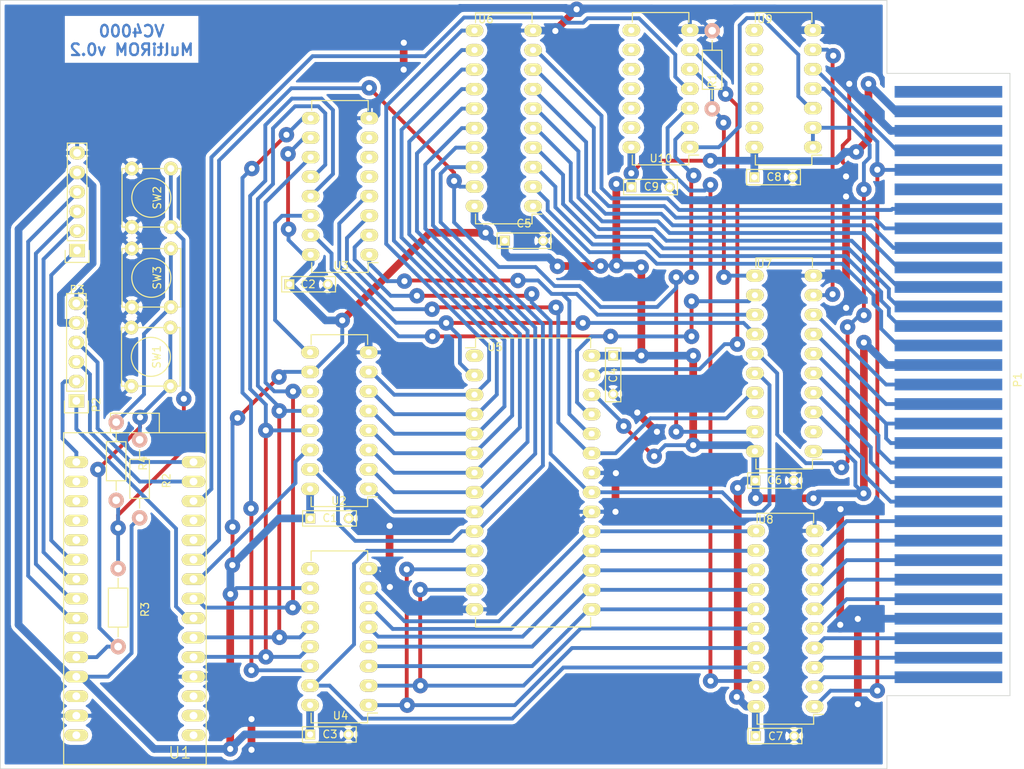
<source format=kicad_pcb>
(kicad_pcb (version 4) (host pcbnew "(2015-08-21 BZR 6112)-product")
  (title_block (title "Interton VC4000 MultiRom Cartridge") (date "Wednesday, August 23, 2015") (rev 0.2) (company "Mario Keller and Johannes Maibaum"))
  (layers (0 F.Cu signal) (31 B.Cu signal) (34 B.Paste user) (35 F.Paste user) (36 B.SilkS user) (37 F.SilkS user) (38 B.Mask user) (39 F.Mask user) (44 Edge.Cuts user))
  (net 0 "")
  (net 1 "Net-(P1-Pad31)")
  (net 2 /A7)
  (net 3 /A6)
  (net 4 /A5)
  (net 5 /A4)
  (net 6 /A3)
  (net 7 /A2)
  (net 8 /A1)
  (net 9 /A0)
  (net 10 VCC)
  (net 11 /A8)
  (net 12 /A9)
  (net 13 /A10)
  (net 14 /A11)
  (net 15 /D7)
  (net 16 /D6)
  (net 17 /D5)
  (net 18 /D4)
  (net 19 /D3)
  (net 20 GND)
  (net 21 /D2)
  (net 22 /D1)
  (net 23 /D0)
  (net 24 OEVCBUS)
  (net 25 "Net-(U1-Pad6)")
  (net 26 WESRAM)
  (net 27 "Net-(U1-Pad2)")
  (net 28 "Net-(U1-Pad1)")
  (net 29 "Net-(U1-Pad30)")
  (net 30 "Net-(U1-Pad28)")
  (net 31 "Net-(U1-Pad20)")
  (net 32 "Net-(U2-Pad9)")
  (net 33 /A12)
  (net 34 "Net-(U3-Pad5)")
  (net 35 "Net-(U3-Pad6)")
  (net 36 "Net-(U3-Pad7)")
  (net 37 "Net-(U3-Pad9)")
  (net 38 "Net-(U4-Pad9)")
  (net 39 "Net-(U5-Pad1)")
  (net 40 /EA7)
  (net 41 /EA6)
  (net 42 /EA5)
  (net 43 /EA4)
  (net 44 /EA3)
  (net 45 /EA2)
  (net 46 /EA1)
  (net 47 /EA0)
  (net 48 /EA8)
  (net 49 /EA9)
  (net 50 /EA10)
  (net 51 /EA11)
  (net 52 /ED2)
  (net 53 /ED1)
  (net 54 /ED0)
  (net 55 /ED7)
  (net 56 /ED6)
  (net 57 /ED5)
  (net 58 /ED4)
  (net 59 /ED3)
  (net 60 "Net-(P2-Pad1)")
  (net 61 "Net-(P2-Pad2)")
  (net 62 "Net-(P2-Pad3)")
  (net 63 "Net-(P2-Pad4)")
  (net 64 "Net-(U1-Pad3)")
  (net 65 "Net-(U1-Pad8)")
  (net 66 "Net-(U1-Pad12)")
  (net 67 "Net-(U1-Pad17)")
  (net 68 "Net-(U1-Pad18)")
  (net 69 "Net-(U1-Pad19)")
  (net 70 "Net-(U1-Pad25)")
  (net 71 /EA12)
  (net 72 /WRP)
  (net 73 /RW)
  (net 74 "Net-(P1-Pad26)")
  (net 75 /CE1)
  (net 76 "Net-(R1-Pad1)")
  (net 77 "Net-(U1-Pad11)")
  (net 78 "Net-(U10-Pad6)")
  (net 79 WCONTROL)
  (net 80 CEDBUS)
  (net 81 "Net-(U10-Pad1)")
  (net 82 "Net-(U7-Pad2)")
  (net 83 "Net-(U7-Pad15)")
  (net 84 "Net-(U7-Pad18)")
  (net 85 "Net-(U1-Pad5)")
  (net 86 "Net-(U1-Pad9)")
  (net 87 "Net-(P3-Pad1)")
  (net 88 "Net-(P3-Pad2)")
  (net 89 "Net-(P3-Pad3)")
  (net 90 "Net-(P3-Pad4)")
  (net 91 "Net-(R2-Pad1)")
  (net 92 "Net-(R3-Pad1)")
  (net 93 "Net-(R4-Pad1)")
  (module Capacitors_ThroughHole:C_Rect_L7_W2_P5 (layer F.Cu) (at 119.9642 144.0434)
    (fp_text reference C3 (at 2.5908 -0.0254) (layer F.SilkS))
    (fp_text value .1uF)
    (pad 1 thru_hole rect (at 0 0) (size 1.3 1.3) (drill 0.8) (layers *.Cu *.Mask F.SilkS) (net 10 VCC))
    (pad 2 thru_hole circle (at 5 0) (size 1.3 1.3) (drill 0.8) (layers *.Cu *.Mask F.SilkS) (net 20 GND))
  )
  (module VC4000_MultiRom:Arduino_Nano (layer F.Cu) (at 104.8004 144.145 180)
    (fp_text reference U1 (at 1.778 -2.286 180) (layer F.SilkS) (effects (font (size 1.5 1.5))))
    (fp_text value Arduino_Nano)
    (pad 1 thru_hole oval (at 0 0 270) (size 1.524 3.048) (drill 1.016) (layers *.Cu *.Mask F.SilkS) (net 28 "Net-(U1-Pad1)"))
    (pad 2 thru_hole oval (at 0 2.54 270) (size 1.524 3.048) (drill 1.016) (layers *.Cu *.Mask F.SilkS) (net 27 "Net-(U1-Pad2)"))
    (pad 3 thru_hole oval (at 0 5.08 270) (size 1.524 3.048) (drill 1.016) (layers *.Cu *.Mask F.SilkS) (net 64 "Net-(U1-Pad3)"))
    (pad 4 thru_hole oval (at 0 7.62 270) (size 1.524 3.048) (drill 1.016) (layers *.Cu *.Mask F.SilkS) (net 20 GND))
    (pad 5 thru_hole oval (at 0 10.16 270) (size 1.524 3.048) (drill 1.016) (layers *.Cu *.Mask F.SilkS) (net 85 "Net-(U1-Pad5)"))
    (pad 6 thru_hole oval (at 0 12.7 270) (size 1.524 3.048) (drill 1.016) (layers *.Cu *.Mask F.SilkS) (net 25 "Net-(U1-Pad6)"))
    (pad 7 thru_hole oval (at 0 15.24 270) (size 1.524 3.048) (drill 1.016) (layers *.Cu *.Mask F.SilkS) (net 60 "Net-(P2-Pad1)"))
    (pad 8 thru_hole oval (at 0 17.78 270) (size 1.524 3.048) (drill 1.016) (layers *.Cu *.Mask F.SilkS) (net 65 "Net-(U1-Pad8)"))
    (pad 9 thru_hole oval (at 0 20.32 270) (size 1.524 3.048) (drill 1.016) (layers *.Cu *.Mask F.SilkS) (net 86 "Net-(U1-Pad9)"))
    (pad 10 thru_hole oval (at 0 22.86 270) (size 1.524 3.048) (drill 1.016) (layers *.Cu *.Mask F.SilkS) (net 24 OEVCBUS))
    (pad 11 thru_hole oval (at 0 25.4 270) (size 1.524 3.048) (drill 1.016) (layers *.Cu *.Mask F.SilkS) (net 77 "Net-(U1-Pad11)"))
    (pad 12 thru_hole oval (at 0 27.94 270) (size 1.524 3.048) (drill 1.016) (layers *.Cu *.Mask F.SilkS) (net 66 "Net-(U1-Pad12)"))
    (pad 13 thru_hole oval (at 0 30.48 270) (size 1.524 3.048) (drill 1.016) (layers *.Cu *.Mask F.SilkS) (net 26 WESRAM))
    (pad 14 thru_hole oval (at 0 33.02 270) (size 1.524 3.048) (drill 1.016) (layers *.Cu *.Mask F.SilkS) (net 62 "Net-(P2-Pad3)"))
    (pad 15 thru_hole oval (at 0 35.56 270) (size 1.524 3.048) (drill 1.016) (layers *.Cu *.Mask F.SilkS) (net 63 "Net-(P2-Pad4)"))
    (pad 16 thru_hole oval (at 15.24 35.56 270) (size 1.524 3.048) (drill 1.016) (layers *.Cu *.Mask F.SilkS) (net 61 "Net-(P2-Pad2)"))
    (pad 17 thru_hole oval (at 15.24 33.02 270) (size 1.524 3.048) (drill 1.016) (layers *.Cu *.Mask F.SilkS) (net 67 "Net-(U1-Pad17)"))
    (pad 18 thru_hole oval (at 15.24 30.48 270) (size 1.524 3.048) (drill 1.016) (layers *.Cu *.Mask F.SilkS) (net 68 "Net-(U1-Pad18)"))
    (pad 19 thru_hole oval (at 15.24 27.94 270) (size 1.524 3.048) (drill 1.016) (layers *.Cu *.Mask F.SilkS) (net 69 "Net-(U1-Pad19)"))
    (pad 20 thru_hole oval (at 15.24 25.4 270) (size 1.524 3.048) (drill 1.016) (layers *.Cu *.Mask F.SilkS) (net 31 "Net-(U1-Pad20)"))
    (pad 21 thru_hole oval (at 15.24 22.86 270) (size 1.524 3.048) (drill 1.016) (layers *.Cu *.Mask F.SilkS) (net 87 "Net-(P3-Pad1)"))
    (pad 22 thru_hole oval (at 15.24 20.32 270) (size 1.524 3.048) (drill 1.016) (layers *.Cu *.Mask F.SilkS) (net 88 "Net-(P3-Pad2)"))
    (pad 23 thru_hole oval (at 15.24 17.78 270) (size 1.524 3.048) (drill 1.016) (layers *.Cu *.Mask F.SilkS) (net 89 "Net-(P3-Pad3)"))
    (pad 24 thru_hole oval (at 15.24 15.24 270) (size 1.524 3.048) (drill 1.016) (layers *.Cu *.Mask F.SilkS) (net 90 "Net-(P3-Pad4)"))
    (pad 25 thru_hole oval (at 15.24 12.7 270) (size 1.524 3.048) (drill 1.016) (layers *.Cu *.Mask F.SilkS) (net 70 "Net-(U1-Pad25)"))
    (pad 26 thru_hole oval (at 15.24 10.16 270) (size 1.524 3.048) (drill 1.016) (layers *.Cu *.Mask F.SilkS) (net 91 "Net-(R2-Pad1)"))
    (pad 27 thru_hole oval (at 15.24 7.62 270) (size 1.524 3.048) (drill 1.016) (layers *.Cu *.Mask F.SilkS) (net 10 VCC))
    (pad 28 thru_hole oval (at 15.24 5.08 270) (size 1.524 3.048) (drill 1.016) (layers *.Cu *.Mask F.SilkS) (net 30 "Net-(U1-Pad28)"))
    (pad 29 thru_hole oval (at 15.24 2.54 270) (size 1.524 3.048) (drill 1.016) (layers *.Cu *.Mask F.SilkS) (net 20 GND))
    (pad 30 thru_hole oval (at 15.24 0 270) (size 1.524 3.048) (drill 1.016) (layers *.Cu *.Mask F.SilkS) (net 29 "Net-(U1-Pad30)"))
  )
  (module Resistors_ThroughHole:Resistor_Horizontal_RM10mm (layer F.Cu) (at 97.79 110.7694 270)
    (fp_text reference R2 (at 0.24892 -3.50012 270) (layer F.SilkS))
    (fp_text value 2k2)
    (pad 1 thru_hole circle (at -5.08 0 270) (size 1.99898 1.99898) (drill 1.00076) (layers *.Cu *.SilkS *.Mask) (net 91 "Net-(R2-Pad1)"))
    (pad 2 thru_hole circle (at 5.08 0 270) (size 1.99898 1.99898) (drill 1.00076) (layers *.Cu *.SilkS *.Mask) (net 10 VCC))
  )
  (module Housings_DIP:DIP-20_W7.62mm_LongPads (layer F.Cu) (at 148.971 75.2856 180)
    (fp_text reference U6 (at 6.1468 24.3332 180) (layer F.SilkS))
    (fp_text value 74HC245)
    (pad 1 thru_hole oval (at 0 0 180) (size 2.3 1.6) (drill 0.8) (layers *.Cu *.Mask F.SilkS) (net 10 VCC))
    (pad 2 thru_hole oval (at 0 2.54 180) (size 2.3 1.6) (drill 0.8) (layers *.Cu *.Mask F.SilkS) (net 47 /EA0))
    (pad 3 thru_hole oval (at 0 5.08 180) (size 2.3 1.6) (drill 0.8) (layers *.Cu *.Mask F.SilkS) (net 46 /EA1))
    (pad 4 thru_hole oval (at 0 7.62 180) (size 2.3 1.6) (drill 0.8) (layers *.Cu *.Mask F.SilkS) (net 45 /EA2))
    (pad 5 thru_hole oval (at 0 10.16 180) (size 2.3 1.6) (drill 0.8) (layers *.Cu *.Mask F.SilkS) (net 44 /EA3))
    (pad 6 thru_hole oval (at 0 12.7 180) (size 2.3 1.6) (drill 0.8) (layers *.Cu *.Mask F.SilkS) (net 43 /EA4))
    (pad 7 thru_hole oval (at 0 15.24 180) (size 2.3 1.6) (drill 0.8) (layers *.Cu *.Mask F.SilkS) (net 42 /EA5))
    (pad 8 thru_hole oval (at 0 17.78 180) (size 2.3 1.6) (drill 0.8) (layers *.Cu *.Mask F.SilkS) (net 41 /EA6))
    (pad 9 thru_hole oval (at 0 20.32 180) (size 2.3 1.6) (drill 0.8) (layers *.Cu *.Mask F.SilkS) (net 40 /EA7))
    (pad 10 thru_hole oval (at 0 22.86 180) (size 2.3 1.6) (drill 0.8) (layers *.Cu *.Mask F.SilkS) (net 20 GND))
    (pad 11 thru_hole oval (at 7.62 22.86 180) (size 2.3 1.6) (drill 0.8) (layers *.Cu *.Mask F.SilkS) (net 2 /A7))
    (pad 12 thru_hole oval (at 7.62 20.32 180) (size 2.3 1.6) (drill 0.8) (layers *.Cu *.Mask F.SilkS) (net 3 /A6))
    (pad 13 thru_hole oval (at 7.62 17.78 180) (size 2.3 1.6) (drill 0.8) (layers *.Cu *.Mask F.SilkS) (net 4 /A5))
    (pad 14 thru_hole oval (at 7.62 15.24 180) (size 2.3 1.6) (drill 0.8) (layers *.Cu *.Mask F.SilkS) (net 5 /A4))
    (pad 15 thru_hole oval (at 7.62 12.7 180) (size 2.3 1.6) (drill 0.8) (layers *.Cu *.Mask F.SilkS) (net 6 /A3))
    (pad 16 thru_hole oval (at 7.62 10.16 180) (size 2.3 1.6) (drill 0.8) (layers *.Cu *.Mask F.SilkS) (net 7 /A2))
    (pad 17 thru_hole oval (at 7.62 7.62 180) (size 2.3 1.6) (drill 0.8) (layers *.Cu *.Mask F.SilkS) (net 8 /A1))
    (pad 18 thru_hole oval (at 7.62 5.08 180) (size 2.3 1.6) (drill 0.8) (layers *.Cu *.Mask F.SilkS) (net 9 /A0))
    (pad 19 thru_hole oval (at 7.62 2.54 180) (size 2.3 1.6) (drill 0.8) (layers *.Cu *.Mask F.SilkS) (net 24 OEVCBUS))
    (pad 20 thru_hole oval (at 7.62 0 180) (size 2.3 1.6) (drill 0.8) (layers *.Cu *.Mask F.SilkS) (net 10 VCC))
  )
  (module VC4000_MultiRom:VC4000_CartridgeBus (layer F.Cu) (at 203 98.5 90)
    (fp_text reference P1 (at 0.6 9 90) (layer F.SilkS))
    (fp_text value VC4000_Cartridge_Bus)
    (pad 31 connect rect (at 38.1 0 90) (size 1.524 14) (layers B.Cu F.Mask) (net 1 "Net-(P1-Pad31)"))
    (pad 30 connect rect (at 35.56 0 90) (size 1.524 14) (layers B.Cu F.Mask) (net 10 VCC))
    (pad 29 connect rect (at 33.02 0 90) (size 1.524 14) (layers B.Cu F.Mask) (net 20 GND))
    (pad 28 connect rect (at 30.48 0 90) (size 1.524 14) (layers B.Cu F.Mask) (net 72 /WRP))
    (pad 27 connect rect (at 27.94 0 90) (size 1.524 14) (layers B.Cu F.Mask) (net 73 /RW))
    (pad 26 connect rect (at 25.4 0 90) (size 1.524 14) (layers B.Cu F.Mask) (net 74 "Net-(P1-Pad26)"))
    (pad 25 connect rect (at 22.86 0 90) (size 1.524 14) (layers B.Cu F.Mask) (net 40 /EA7))
    (pad 24 connect rect (at 20.32 0 90) (size 1.524 14) (layers B.Cu F.Mask) (net 41 /EA6))
    (pad 23 connect rect (at 17.78 0 90) (size 1.524 14) (layers B.Cu F.Mask) (net 42 /EA5))
    (pad 22 connect rect (at 15.24 0 90) (size 1.524 14) (layers B.Cu F.Mask) (net 43 /EA4))
    (pad 21 connect rect (at 12.7 0 90) (size 1.524 14) (layers B.Cu F.Mask) (net 44 /EA3))
    (pad 20 connect rect (at 10.16 0 90) (size 1.524 14) (layers B.Cu F.Mask) (net 45 /EA2))
    (pad 19 connect rect (at 7.62 0 90) (size 1.524 14) (layers B.Cu F.Mask) (net 46 /EA1))
    (pad 18 connect rect (at 5.08 0 90) (size 1.524 14) (layers B.Cu F.Mask) (net 47 /EA0))
    (pad 17 connect rect (at 2.54 0 90) (size 1.524 14) (layers B.Cu F.Mask) (net 10 VCC))
    (pad 16 connect rect (at 0 0 90) (size 1.524 14) (layers B.Cu F.Mask) (net 48 /EA8))
    (pad 15 connect rect (at -2.54 0 90) (size 1.524 14) (layers B.Cu F.Mask) (net 49 /EA9))
    (pad 14 connect rect (at -5.08 0 90) (size 1.524 14) (layers B.Cu F.Mask) (net 71 /EA12))
    (pad 13 connect rect (at -7.62 0 90) (size 1.524 14) (layers B.Cu F.Mask) (net 71 /EA12))
    (pad 12 connect rect (at -10.16 0 90) (size 1.524 14) (layers B.Cu F.Mask) (net 75 /CE1))
    (pad 11 connect rect (at -12.7 0 90) (size 1.524 14) (layers B.Cu F.Mask) (net 50 /EA10))
    (pad 10 connect rect (at -15.24 0 90) (size 1.524 14) (layers B.Cu F.Mask) (net 51 /EA11))
    (pad 9 connect rect (at -17.78 0 90) (size 1.524 14) (layers B.Cu F.Mask) (net 55 /ED7))
    (pad 8 connect rect (at -20.32 0 90) (size 1.524 14) (layers B.Cu F.Mask) (net 56 /ED6))
    (pad 7 connect rect (at -22.86 0 90) (size 1.524 14) (layers B.Cu F.Mask) (net 57 /ED5))
    (pad 6 connect rect (at -25.4 0 90) (size 1.524 14) (layers B.Cu F.Mask) (net 58 /ED4))
    (pad 5 connect rect (at -27.94 0 90) (size 1.524 14) (layers B.Cu F.Mask) (net 59 /ED3))
    (pad 4 connect rect (at -30.48 0 90) (size 1.524 14) (layers B.Cu F.Mask) (net 20 GND))
    (pad 3 connect rect (at -33.02 0 90) (size 1.524 14) (layers B.Cu F.Mask) (net 52 /ED2))
    (pad 2 connect rect (at -35.56 0 90) (size 1.524 14) (layers B.Cu F.Mask) (net 53 /ED1))
    (pad 1 connect rect (at -38.1 0 90) (size 1.524 14) (layers B.Cu F.Mask) (net 54 /ED0))
  )
  (module Pin_Headers:Pin_Header_Straight_1x06 (layer F.Cu) (at 89.5604 100.6348 180)
    (fp_text reference P2 (at -2.6 -0.5 270) (layer F.SilkS))
    (fp_text value MicroSD_Breakout)
    (pad 1 thru_hole rect (at 0 0 180) (size 2.032 1.7272) (drill 1.016) (layers *.Cu *.Mask F.SilkS) (net 60 "Net-(P2-Pad1)"))
    (pad 2 thru_hole oval (at 0 2.54 180) (size 2.032 1.7272) (drill 1.016) (layers *.Cu *.Mask F.SilkS) (net 61 "Net-(P2-Pad2)"))
    (pad 3 thru_hole oval (at 0 5.08 180) (size 2.032 1.7272) (drill 1.016) (layers *.Cu *.Mask F.SilkS) (net 62 "Net-(P2-Pad3)"))
    (pad 4 thru_hole oval (at 0 7.62 180) (size 2.032 1.7272) (drill 1.016) (layers *.Cu *.Mask F.SilkS) (net 63 "Net-(P2-Pad4)"))
    (pad 5 thru_hole oval (at 0 10.16 180) (size 2.032 1.7272) (drill 1.016) (layers *.Cu *.Mask F.SilkS) (net 10 VCC))
    (pad 6 thru_hole oval (at 0 12.7 180) (size 2.032 1.7272) (drill 1.016) (layers *.Cu *.Mask F.SilkS) (net 20 GND))
  )
  (module Resistors_ThroughHole:Resistor_Horizontal_RM10mm (layer F.Cu) (at 172.2628 57.531 90)
    (fp_text reference R1 (at -1.434 0.022199 90) (layer F.SilkS))
    (fp_text value 10k)
    (pad 1 thru_hole circle (at -5.08 0 90) (size 1.99898 1.99898) (drill 1.00076) (layers *.Cu *.SilkS *.Mask) (net 76 "Net-(R1-Pad1)"))
    (pad 2 thru_hole circle (at 5.08 0 90) (size 1.99898 1.99898) (drill 1.00076) (layers *.Cu *.SilkS *.Mask) (net 20 GND))
  )
  (module Housings_DIP:DIP-14_W7.62mm_LongPads (layer F.Cu) (at 185.3692 67.6148 180)
    (fp_text reference U9 (at 6.2484 16.6878 180) (layer F.SilkS))
    (fp_text value 74HC00)
    (pad 1 thru_hole oval (at 0 0 180) (size 2.3 1.6) (drill 0.8) (layers *.Cu *.Mask F.SilkS) (net 83 "Net-(U7-Pad15)"))
    (pad 2 thru_hole oval (at 0 2.54 180) (size 2.3 1.6) (drill 0.8) (layers *.Cu *.Mask F.SilkS) (net 83 "Net-(U7-Pad15)"))
    (pad 3 thru_hole oval (at 0 5.08 180) (size 2.3 1.6) (drill 0.8) (layers *.Cu *.Mask F.SilkS) (net 81 "Net-(U10-Pad1)"))
    (pad 4 thru_hole oval (at 0 7.62 180) (size 2.3 1.6) (drill 0.8) (layers *.Cu *.Mask F.SilkS) (net 73 /RW))
    (pad 5 thru_hole oval (at 0 10.16 180) (size 2.3 1.6) (drill 0.8) (layers *.Cu *.Mask F.SilkS) (net 72 /WRP))
    (pad 6 thru_hole oval (at 0 12.7 180) (size 2.3 1.6) (drill 0.8) (layers *.Cu *.Mask F.SilkS) (net 79 WCONTROL))
    (pad 7 thru_hole oval (at 0 15.24 180) (size 2.3 1.6) (drill 0.8) (layers *.Cu *.Mask F.SilkS) (net 20 GND))
    (pad 8 thru_hole oval (at 7.62 15.24 180) (size 2.3 1.6) (drill 0.8) (layers *.Cu *.Mask F.SilkS))
    (pad 9 thru_hole oval (at 7.62 12.7 180) (size 2.3 1.6) (drill 0.8) (layers *.Cu *.Mask F.SilkS))
    (pad 10 thru_hole oval (at 7.62 10.16 180) (size 2.3 1.6) (drill 0.8) (layers *.Cu *.Mask F.SilkS))
    (pad 11 thru_hole oval (at 7.62 7.62 180) (size 2.3 1.6) (drill 0.8) (layers *.Cu *.Mask F.SilkS))
    (pad 12 thru_hole oval (at 7.62 5.08 180) (size 2.3 1.6) (drill 0.8) (layers *.Cu *.Mask F.SilkS))
    (pad 13 thru_hole oval (at 7.62 2.54 180) (size 2.3 1.6) (drill 0.8) (layers *.Cu *.Mask F.SilkS))
    (pad 14 thru_hole oval (at 7.62 0 180) (size 2.3 1.6) (drill 0.8) (layers *.Cu *.Mask F.SilkS) (net 10 VCC))
  )
  (module Housings_DIP:DIP-14_W7.62mm_LongPads (layer F.Cu) (at 169.3672 67.6148 180)
    (fp_text reference U10 (at 3.7592 -1.4478 180) (layer F.SilkS))
    (fp_text value 74HC32)
    (pad 1 thru_hole oval (at 0 0 180) (size 2.3 1.6) (drill 0.8) (layers *.Cu *.Mask F.SilkS) (net 81 "Net-(U10-Pad1)"))
    (pad 2 thru_hole oval (at 0 2.54 180) (size 2.3 1.6) (drill 0.8) (layers *.Cu *.Mask F.SilkS) (net 24 OEVCBUS))
    (pad 3 thru_hole oval (at 0 5.08 180) (size 2.3 1.6) (drill 0.8) (layers *.Cu *.Mask F.SilkS) (net 80 CEDBUS))
    (pad 4 thru_hole oval (at 0 7.62 180) (size 2.3 1.6) (drill 0.8) (layers *.Cu *.Mask F.SilkS) (net 26 WESRAM))
    (pad 5 thru_hole oval (at 0 10.16 180) (size 2.3 1.6) (drill 0.8) (layers *.Cu *.Mask F.SilkS) (net 76 "Net-(R1-Pad1)"))
    (pad 6 thru_hole oval (at 0 12.7 180) (size 2.3 1.6) (drill 0.8) (layers *.Cu *.Mask F.SilkS) (net 78 "Net-(U10-Pad6)"))
    (pad 7 thru_hole oval (at 0 15.24 180) (size 2.3 1.6) (drill 0.8) (layers *.Cu *.Mask F.SilkS) (net 20 GND))
    (pad 8 thru_hole oval (at 7.62 15.24 180) (size 2.3 1.6) (drill 0.8) (layers *.Cu *.Mask F.SilkS))
    (pad 9 thru_hole oval (at 7.62 12.7 180) (size 2.3 1.6) (drill 0.8) (layers *.Cu *.Mask F.SilkS))
    (pad 10 thru_hole oval (at 7.62 10.16 180) (size 2.3 1.6) (drill 0.8) (layers *.Cu *.Mask F.SilkS))
    (pad 11 thru_hole oval (at 7.62 7.62 180) (size 2.3 1.6) (drill 0.8) (layers *.Cu *.Mask F.SilkS))
    (pad 12 thru_hole oval (at 7.62 5.08 180) (size 2.3 1.6) (drill 0.8) (layers *.Cu *.Mask F.SilkS))
    (pad 13 thru_hole oval (at 7.62 2.54 180) (size 2.3 1.6) (drill 0.8) (layers *.Cu *.Mask F.SilkS))
    (pad 14 thru_hole oval (at 7.62 0 180) (size 2.3 1.6) (drill 0.8) (layers *.Cu *.Mask F.SilkS) (net 10 VCC))
  )
  (module Housings_DIP:DIP-28_W15.24mm_LongPads (layer F.Cu) (at 141.351 94.742)
    (fp_text reference U5 (at 2.667 -1.1176) (layer F.SilkS))
    (fp_text value 6264)
    (pad 1 thru_hole oval (at 0 0) (size 2.3 1.6) (drill 0.8) (layers *.Cu *.Mask F.SilkS) (net 39 "Net-(U5-Pad1)"))
    (pad 2 thru_hole oval (at 0 2.54) (size 2.3 1.6) (drill 0.8) (layers *.Cu *.Mask F.SilkS) (net 33 /A12))
    (pad 3 thru_hole oval (at 0 5.08) (size 2.3 1.6) (drill 0.8) (layers *.Cu *.Mask F.SilkS) (net 2 /A7))
    (pad 4 thru_hole oval (at 0 7.62) (size 2.3 1.6) (drill 0.8) (layers *.Cu *.Mask F.SilkS) (net 3 /A6))
    (pad 5 thru_hole oval (at 0 10.16) (size 2.3 1.6) (drill 0.8) (layers *.Cu *.Mask F.SilkS) (net 4 /A5))
    (pad 6 thru_hole oval (at 0 12.7) (size 2.3 1.6) (drill 0.8) (layers *.Cu *.Mask F.SilkS) (net 5 /A4))
    (pad 7 thru_hole oval (at 0 15.24) (size 2.3 1.6) (drill 0.8) (layers *.Cu *.Mask F.SilkS) (net 6 /A3))
    (pad 8 thru_hole oval (at 0 17.78) (size 2.3 1.6) (drill 0.8) (layers *.Cu *.Mask F.SilkS) (net 7 /A2))
    (pad 9 thru_hole oval (at 0 20.32) (size 2.3 1.6) (drill 0.8) (layers *.Cu *.Mask F.SilkS) (net 8 /A1))
    (pad 10 thru_hole oval (at 0 22.86) (size 2.3 1.6) (drill 0.8) (layers *.Cu *.Mask F.SilkS) (net 9 /A0))
    (pad 11 thru_hole oval (at 0 25.4) (size 2.3 1.6) (drill 0.8) (layers *.Cu *.Mask F.SilkS) (net 23 /D0))
    (pad 12 thru_hole oval (at 0 27.94) (size 2.3 1.6) (drill 0.8) (layers *.Cu *.Mask F.SilkS) (net 22 /D1))
    (pad 13 thru_hole oval (at 0 30.48) (size 2.3 1.6) (drill 0.8) (layers *.Cu *.Mask F.SilkS) (net 21 /D2))
    (pad 14 thru_hole oval (at 0 33.02) (size 2.3 1.6) (drill 0.8) (layers *.Cu *.Mask F.SilkS) (net 20 GND))
    (pad 15 thru_hole oval (at 15.24 33.02) (size 2.3 1.6) (drill 0.8) (layers *.Cu *.Mask F.SilkS) (net 19 /D3))
    (pad 16 thru_hole oval (at 15.24 30.48) (size 2.3 1.6) (drill 0.8) (layers *.Cu *.Mask F.SilkS) (net 18 /D4))
    (pad 17 thru_hole oval (at 15.24 27.94) (size 2.3 1.6) (drill 0.8) (layers *.Cu *.Mask F.SilkS) (net 17 /D5))
    (pad 18 thru_hole oval (at 15.24 25.4) (size 2.3 1.6) (drill 0.8) (layers *.Cu *.Mask F.SilkS) (net 16 /D6))
    (pad 19 thru_hole oval (at 15.24 22.86) (size 2.3 1.6) (drill 0.8) (layers *.Cu *.Mask F.SilkS) (net 15 /D7))
    (pad 20 thru_hole oval (at 15.24 20.32) (size 2.3 1.6) (drill 0.8) (layers *.Cu *.Mask F.SilkS) (net 20 GND))
    (pad 21 thru_hole oval (at 15.24 17.78) (size 2.3 1.6) (drill 0.8) (layers *.Cu *.Mask F.SilkS) (net 13 /A10))
    (pad 22 thru_hole oval (at 15.24 15.24) (size 2.3 1.6) (drill 0.8) (layers *.Cu *.Mask F.SilkS) (net 20 GND))
    (pad 23 thru_hole oval (at 15.24 12.7) (size 2.3 1.6) (drill 0.8) (layers *.Cu *.Mask F.SilkS) (net 14 /A11))
    (pad 24 thru_hole oval (at 15.24 10.16) (size 2.3 1.6) (drill 0.8) (layers *.Cu *.Mask F.SilkS) (net 12 /A9))
    (pad 25 thru_hole oval (at 15.24 7.62) (size 2.3 1.6) (drill 0.8) (layers *.Cu *.Mask F.SilkS) (net 11 /A8))
    (pad 26 thru_hole oval (at 15.24 5.08) (size 2.3 1.6) (drill 0.8) (layers *.Cu *.Mask F.SilkS) (net 10 VCC))
    (pad 27 thru_hole oval (at 15.24 2.54) (size 2.3 1.6) (drill 0.8) (layers *.Cu *.Mask F.SilkS) (net 78 "Net-(U10-Pad6)"))
    (pad 28 thru_hole oval (at 15.24 0) (size 2.3 1.6) (drill 0.8) (layers *.Cu *.Mask F.SilkS) (net 10 VCC))
  )
  (module Housings_DIP:DIP-16_W7.62mm_LongPads (layer F.Cu) (at 127.5842 112.0902 180)
    (fp_text reference U2 (at 3.8684 -1.5422 180) (layer F.SilkS))
    (fp_text value 74HC595)
    (pad 1 thru_hole oval (at 0 0 180) (size 2.3 1.6) (drill 0.8) (layers *.Cu *.Mask F.SilkS) (net 8 /A1))
    (pad 2 thru_hole oval (at 0 2.54 180) (size 2.3 1.6) (drill 0.8) (layers *.Cu *.Mask F.SilkS) (net 7 /A2))
    (pad 3 thru_hole oval (at 0 5.08 180) (size 2.3 1.6) (drill 0.8) (layers *.Cu *.Mask F.SilkS) (net 6 /A3))
    (pad 4 thru_hole oval (at 0 7.62 180) (size 2.3 1.6) (drill 0.8) (layers *.Cu *.Mask F.SilkS) (net 5 /A4))
    (pad 5 thru_hole oval (at 0 10.16 180) (size 2.3 1.6) (drill 0.8) (layers *.Cu *.Mask F.SilkS) (net 4 /A5))
    (pad 6 thru_hole oval (at 0 12.7 180) (size 2.3 1.6) (drill 0.8) (layers *.Cu *.Mask F.SilkS) (net 3 /A6))
    (pad 7 thru_hole oval (at 0 15.24 180) (size 2.3 1.6) (drill 0.8) (layers *.Cu *.Mask F.SilkS) (net 2 /A7))
    (pad 8 thru_hole oval (at 0 17.78 180) (size 2.3 1.6) (drill 0.8) (layers *.Cu *.Mask F.SilkS) (net 20 GND))
    (pad 9 thru_hole oval (at 7.62 17.78 180) (size 2.3 1.6) (drill 0.8) (layers *.Cu *.Mask F.SilkS) (net 32 "Net-(U2-Pad9)"))
    (pad 10 thru_hole oval (at 7.62 15.24 180) (size 2.3 1.6) (drill 0.8) (layers *.Cu *.Mask F.SilkS) (net 10 VCC))
    (pad 11 thru_hole oval (at 7.62 12.7 180) (size 2.3 1.6) (drill 0.8) (layers *.Cu *.Mask F.SilkS) (net 65 "Net-(U1-Pad8)"))
    (pad 12 thru_hole oval (at 7.62 10.16 180) (size 2.3 1.6) (drill 0.8) (layers *.Cu *.Mask F.SilkS) (net 25 "Net-(U1-Pad6)"))
    (pad 13 thru_hole oval (at 7.62 7.62 180) (size 2.3 1.6) (drill 0.8) (layers *.Cu *.Mask F.SilkS) (net 85 "Net-(U1-Pad5)"))
    (pad 14 thru_hole oval (at 7.62 5.08 180) (size 2.3 1.6) (drill 0.8) (layers *.Cu *.Mask F.SilkS) (net 86 "Net-(U1-Pad9)"))
    (pad 15 thru_hole oval (at 7.62 2.54 180) (size 2.3 1.6) (drill 0.8) (layers *.Cu *.Mask F.SilkS) (net 9 /A0))
    (pad 16 thru_hole oval (at 7.62 0 180) (size 2.3 1.6) (drill 0.8) (layers *.Cu *.Mask F.SilkS) (net 10 VCC))
  )
  (module Housings_DIP:DIP-16_W7.62mm_LongPads (layer F.Cu) (at 127.6604 81.6102 180)
    (fp_text reference U3 (at 3.6588 -1.4256 180) (layer F.SilkS))
    (fp_text value 74HC595)
    (pad 1 thru_hole oval (at 0 0 180) (size 2.3 1.6) (drill 0.8) (layers *.Cu *.Mask F.SilkS) (net 12 /A9))
    (pad 2 thru_hole oval (at 0 2.54 180) (size 2.3 1.6) (drill 0.8) (layers *.Cu *.Mask F.SilkS) (net 13 /A10))
    (pad 3 thru_hole oval (at 0 5.08 180) (size 2.3 1.6) (drill 0.8) (layers *.Cu *.Mask F.SilkS) (net 14 /A11))
    (pad 4 thru_hole oval (at 0 7.62 180) (size 2.3 1.6) (drill 0.8) (layers *.Cu *.Mask F.SilkS) (net 33 /A12))
    (pad 5 thru_hole oval (at 0 10.16 180) (size 2.3 1.6) (drill 0.8) (layers *.Cu *.Mask F.SilkS) (net 34 "Net-(U3-Pad5)"))
    (pad 6 thru_hole oval (at 0 12.7 180) (size 2.3 1.6) (drill 0.8) (layers *.Cu *.Mask F.SilkS) (net 35 "Net-(U3-Pad6)"))
    (pad 7 thru_hole oval (at 0 15.24 180) (size 2.3 1.6) (drill 0.8) (layers *.Cu *.Mask F.SilkS) (net 36 "Net-(U3-Pad7)"))
    (pad 8 thru_hole oval (at 0 17.78 180) (size 2.3 1.6) (drill 0.8) (layers *.Cu *.Mask F.SilkS) (net 20 GND))
    (pad 9 thru_hole oval (at 7.62 17.78 180) (size 2.3 1.6) (drill 0.8) (layers *.Cu *.Mask F.SilkS) (net 37 "Net-(U3-Pad9)"))
    (pad 10 thru_hole oval (at 7.62 15.24 180) (size 2.3 1.6) (drill 0.8) (layers *.Cu *.Mask F.SilkS) (net 10 VCC))
    (pad 11 thru_hole oval (at 7.62 12.7 180) (size 2.3 1.6) (drill 0.8) (layers *.Cu *.Mask F.SilkS) (net 65 "Net-(U1-Pad8)"))
    (pad 12 thru_hole oval (at 7.62 10.16 180) (size 2.3 1.6) (drill 0.8) (layers *.Cu *.Mask F.SilkS) (net 25 "Net-(U1-Pad6)"))
    (pad 13 thru_hole oval (at 7.62 7.62 180) (size 2.3 1.6) (drill 0.8) (layers *.Cu *.Mask F.SilkS) (net 85 "Net-(U1-Pad5)"))
    (pad 14 thru_hole oval (at 7.62 5.08 180) (size 2.3 1.6) (drill 0.8) (layers *.Cu *.Mask F.SilkS) (net 32 "Net-(U2-Pad9)"))
    (pad 15 thru_hole oval (at 7.62 2.54 180) (size 2.3 1.6) (drill 0.8) (layers *.Cu *.Mask F.SilkS) (net 11 /A8))
    (pad 16 thru_hole oval (at 7.62 0 180) (size 2.3 1.6) (drill 0.8) (layers *.Cu *.Mask F.SilkS) (net 10 VCC))
  )
  (module Housings_DIP:DIP-16_W7.62mm_LongPads (layer F.Cu) (at 127.5842 140.2334 180)
    (fp_text reference U4 (at 3.6576 -1.3716 180) (layer F.SilkS))
    (fp_text value 74HC595)
    (pad 1 thru_hole oval (at 0 0 180) (size 2.3 1.6) (drill 0.8) (layers *.Cu *.Mask F.SilkS) (net 22 /D1))
    (pad 2 thru_hole oval (at 0 2.54 180) (size 2.3 1.6) (drill 0.8) (layers *.Cu *.Mask F.SilkS) (net 21 /D2))
    (pad 3 thru_hole oval (at 0 5.08 180) (size 2.3 1.6) (drill 0.8) (layers *.Cu *.Mask F.SilkS) (net 19 /D3))
    (pad 4 thru_hole oval (at 0 7.62 180) (size 2.3 1.6) (drill 0.8) (layers *.Cu *.Mask F.SilkS) (net 18 /D4))
    (pad 5 thru_hole oval (at 0 10.16 180) (size 2.3 1.6) (drill 0.8) (layers *.Cu *.Mask F.SilkS) (net 17 /D5))
    (pad 6 thru_hole oval (at 0 12.7 180) (size 2.3 1.6) (drill 0.8) (layers *.Cu *.Mask F.SilkS) (net 16 /D6))
    (pad 7 thru_hole oval (at 0 15.24 180) (size 2.3 1.6) (drill 0.8) (layers *.Cu *.Mask F.SilkS) (net 15 /D7))
    (pad 8 thru_hole oval (at 0 17.78 180) (size 2.3 1.6) (drill 0.8) (layers *.Cu *.Mask F.SilkS) (net 20 GND))
    (pad 9 thru_hole oval (at 7.62 17.78 180) (size 2.3 1.6) (drill 0.8) (layers *.Cu *.Mask F.SilkS) (net 38 "Net-(U4-Pad9)"))
    (pad 10 thru_hole oval (at 7.62 15.24 180) (size 2.3 1.6) (drill 0.8) (layers *.Cu *.Mask F.SilkS) (net 10 VCC))
    (pad 11 thru_hole oval (at 7.62 12.7 180) (size 2.3 1.6) (drill 0.8) (layers *.Cu *.Mask F.SilkS) (net 65 "Net-(U1-Pad8)"))
    (pad 12 thru_hole oval (at 7.62 10.16 180) (size 2.3 1.6) (drill 0.8) (layers *.Cu *.Mask F.SilkS) (net 25 "Net-(U1-Pad6)"))
    (pad 13 thru_hole oval (at 7.62 7.62 180) (size 2.3 1.6) (drill 0.8) (layers *.Cu *.Mask F.SilkS) (net 85 "Net-(U1-Pad5)"))
    (pad 14 thru_hole oval (at 7.62 5.08 180) (size 2.3 1.6) (drill 0.8) (layers *.Cu *.Mask F.SilkS) (net 37 "Net-(U3-Pad9)"))
    (pad 15 thru_hole oval (at 7.62 2.54 180) (size 2.3 1.6) (drill 0.8) (layers *.Cu *.Mask F.SilkS) (net 23 /D0))
    (pad 16 thru_hole oval (at 7.62 0 180) (size 2.3 1.6) (drill 0.8) (layers *.Cu *.Mask F.SilkS) (net 10 VCC))
  )
  (module Housings_DIP:DIP-20_W7.62mm_LongPads (layer F.Cu) (at 185.4454 107.188 180)
    (fp_text reference U7 (at 6.4008 24.384 180) (layer F.SilkS))
    (fp_text value 74HC245)
    (pad 1 thru_hole oval (at 0 0 180) (size 2.3 1.6) (drill 0.8) (layers *.Cu *.Mask F.SilkS) (net 10 VCC))
    (pad 2 thru_hole oval (at 0 2.54 180) (size 2.3 1.6) (drill 0.8) (layers *.Cu *.Mask F.SilkS) (net 82 "Net-(U7-Pad2)"))
    (pad 3 thru_hole oval (at 0 5.08 180) (size 2.3 1.6) (drill 0.8) (layers *.Cu *.Mask F.SilkS) (net 51 /EA11))
    (pad 4 thru_hole oval (at 0 7.62 180) (size 2.3 1.6) (drill 0.8) (layers *.Cu *.Mask F.SilkS) (net 50 /EA10))
    (pad 5 thru_hole oval (at 0 10.16 180) (size 2.3 1.6) (drill 0.8) (layers *.Cu *.Mask F.SilkS) (net 75 /CE1))
    (pad 6 thru_hole oval (at 0 12.7 180) (size 2.3 1.6) (drill 0.8) (layers *.Cu *.Mask F.SilkS) (net 71 /EA12))
    (pad 7 thru_hole oval (at 0 15.24 180) (size 2.3 1.6) (drill 0.8) (layers *.Cu *.Mask F.SilkS) (net 49 /EA9))
    (pad 8 thru_hole oval (at 0 17.78 180) (size 2.3 1.6) (drill 0.8) (layers *.Cu *.Mask F.SilkS) (net 48 /EA8))
    (pad 9 thru_hole oval (at 0 20.32 180) (size 2.3 1.6) (drill 0.8) (layers *.Cu *.Mask F.SilkS) (net 79 WCONTROL))
    (pad 10 thru_hole oval (at 0 22.86 180) (size 2.3 1.6) (drill 0.8) (layers *.Cu *.Mask F.SilkS) (net 20 GND))
    (pad 11 thru_hole oval (at 7.62 22.86 180) (size 2.3 1.6) (drill 0.8) (layers *.Cu *.Mask F.SilkS) (net 76 "Net-(R1-Pad1)"))
    (pad 12 thru_hole oval (at 7.62 20.32 180) (size 2.3 1.6) (drill 0.8) (layers *.Cu *.Mask F.SilkS) (net 11 /A8))
    (pad 13 thru_hole oval (at 7.62 17.78 180) (size 2.3 1.6) (drill 0.8) (layers *.Cu *.Mask F.SilkS) (net 12 /A9))
    (pad 14 thru_hole oval (at 7.62 15.24 180) (size 2.3 1.6) (drill 0.8) (layers *.Cu *.Mask F.SilkS) (net 33 /A12))
    (pad 15 thru_hole oval (at 7.62 12.7 180) (size 2.3 1.6) (drill 0.8) (layers *.Cu *.Mask F.SilkS) (net 83 "Net-(U7-Pad15)"))
    (pad 16 thru_hole oval (at 7.62 10.16 180) (size 2.3 1.6) (drill 0.8) (layers *.Cu *.Mask F.SilkS) (net 13 /A10))
    (pad 17 thru_hole oval (at 7.62 7.62 180) (size 2.3 1.6) (drill 0.8) (layers *.Cu *.Mask F.SilkS) (net 14 /A11))
    (pad 18 thru_hole oval (at 7.62 5.08 180) (size 2.3 1.6) (drill 0.8) (layers *.Cu *.Mask F.SilkS) (net 84 "Net-(U7-Pad18)"))
    (pad 19 thru_hole oval (at 7.62 2.54 180) (size 2.3 1.6) (drill 0.8) (layers *.Cu *.Mask F.SilkS) (net 24 OEVCBUS))
    (pad 20 thru_hole oval (at 7.62 0 180) (size 2.3 1.6) (drill 0.8) (layers *.Cu *.Mask F.SilkS) (net 10 VCC))
  )
  (module Housings_DIP:DIP-20_W7.62mm_LongPads (layer F.Cu) (at 185.5978 140.4112 180)
    (fp_text reference U8 (at 6.35 24.3332 180) (layer F.SilkS))
    (fp_text value 74HC245)
    (pad 1 thru_hole oval (at 0 0 180) (size 2.3 1.6) (drill 0.8) (layers *.Cu *.Mask F.SilkS) (net 73 /RW))
    (pad 2 thru_hole oval (at 0 2.54 180) (size 2.3 1.6) (drill 0.8) (layers *.Cu *.Mask F.SilkS) (net 54 /ED0))
    (pad 3 thru_hole oval (at 0 5.08 180) (size 2.3 1.6) (drill 0.8) (layers *.Cu *.Mask F.SilkS) (net 53 /ED1))
    (pad 4 thru_hole oval (at 0 7.62 180) (size 2.3 1.6) (drill 0.8) (layers *.Cu *.Mask F.SilkS) (net 52 /ED2))
    (pad 5 thru_hole oval (at 0 10.16 180) (size 2.3 1.6) (drill 0.8) (layers *.Cu *.Mask F.SilkS) (net 59 /ED3))
    (pad 6 thru_hole oval (at 0 12.7 180) (size 2.3 1.6) (drill 0.8) (layers *.Cu *.Mask F.SilkS) (net 58 /ED4))
    (pad 7 thru_hole oval (at 0 15.24 180) (size 2.3 1.6) (drill 0.8) (layers *.Cu *.Mask F.SilkS) (net 57 /ED5))
    (pad 8 thru_hole oval (at 0 17.78 180) (size 2.3 1.6) (drill 0.8) (layers *.Cu *.Mask F.SilkS) (net 56 /ED6))
    (pad 9 thru_hole oval (at 0 20.32 180) (size 2.3 1.6) (drill 0.8) (layers *.Cu *.Mask F.SilkS) (net 55 /ED7))
    (pad 10 thru_hole oval (at 0 22.86 180) (size 2.3 1.6) (drill 0.8) (layers *.Cu *.Mask F.SilkS) (net 20 GND))
    (pad 11 thru_hole oval (at 7.62 22.86 180) (size 2.3 1.6) (drill 0.8) (layers *.Cu *.Mask F.SilkS) (net 15 /D7))
    (pad 12 thru_hole oval (at 7.62 20.32 180) (size 2.3 1.6) (drill 0.8) (layers *.Cu *.Mask F.SilkS) (net 16 /D6))
    (pad 13 thru_hole oval (at 7.62 17.78 180) (size 2.3 1.6) (drill 0.8) (layers *.Cu *.Mask F.SilkS) (net 17 /D5))
    (pad 14 thru_hole oval (at 7.62 15.24 180) (size 2.3 1.6) (drill 0.8) (layers *.Cu *.Mask F.SilkS) (net 18 /D4))
    (pad 15 thru_hole oval (at 7.62 12.7 180) (size 2.3 1.6) (drill 0.8) (layers *.Cu *.Mask F.SilkS) (net 19 /D3))
    (pad 16 thru_hole oval (at 7.62 10.16 180) (size 2.3 1.6) (drill 0.8) (layers *.Cu *.Mask F.SilkS) (net 21 /D2))
    (pad 17 thru_hole oval (at 7.62 7.62 180) (size 2.3 1.6) (drill 0.8) (layers *.Cu *.Mask F.SilkS) (net 22 /D1))
    (pad 18 thru_hole oval (at 7.62 5.08 180) (size 2.3 1.6) (drill 0.8) (layers *.Cu *.Mask F.SilkS) (net 23 /D0))
    (pad 19 thru_hole oval (at 7.62 2.54 180) (size 2.3 1.6) (drill 0.8) (layers *.Cu *.Mask F.SilkS) (net 80 CEDBUS))
    (pad 20 thru_hole oval (at 7.62 0 180) (size 2.3 1.6) (drill 0.8) (layers *.Cu *.Mask F.SilkS) (net 10 VCC))
  )
  (module Pin_Headers:Pin_Header_Straight_1x06 (layer F.Cu) (at 89.662 81.0514 180)
    (fp_text reference P3 (at 0 -5.1 180) (layer F.SilkS))
    (fp_text value DISPLAY)
    (pad 1 thru_hole rect (at 0 0 180) (size 2.032 1.7272) (drill 1.016) (layers *.Cu *.Mask F.SilkS) (net 87 "Net-(P3-Pad1)"))
    (pad 2 thru_hole oval (at 0 2.54 180) (size 2.032 1.7272) (drill 1.016) (layers *.Cu *.Mask F.SilkS) (net 88 "Net-(P3-Pad2)"))
    (pad 3 thru_hole oval (at 0 5.08 180) (size 2.032 1.7272) (drill 1.016) (layers *.Cu *.Mask F.SilkS) (net 89 "Net-(P3-Pad3)"))
    (pad 4 thru_hole oval (at 0 7.62 180) (size 2.032 1.7272) (drill 1.016) (layers *.Cu *.Mask F.SilkS) (net 90 "Net-(P3-Pad4)"))
    (pad 5 thru_hole oval (at 0 10.16 180) (size 2.032 1.7272) (drill 1.016) (layers *.Cu *.Mask F.SilkS) (net 10 VCC))
    (pad 6 thru_hole oval (at 0 12.7 180) (size 2.032 1.7272) (drill 1.016) (layers *.Cu *.Mask F.SilkS) (net 20 GND))
  )
  (module Resistors_ThroughHole:Resistor_Horizontal_RM10mm (layer F.Cu) (at 94.996 127.5334 270)
    (fp_text reference R3 (at 0.24892 -3.50012 270) (layer F.SilkS))
    (fp_text value 330)
    (pad 1 thru_hole circle (at -5.08 0 270) (size 1.99898 1.99898) (drill 1.00076) (layers *.Cu *.SilkS *.Mask) (net 92 "Net-(R3-Pad1)"))
    (pad 2 thru_hole circle (at 5.08 0 270) (size 1.99898 1.99898) (drill 1.00076) (layers *.Cu *.SilkS *.Mask) (net 91 "Net-(R2-Pad1)"))
  )
  (module Resistors_ThroughHole:Resistor_Horizontal_RM10mm (layer F.Cu) (at 94.742 108.4834 270)
    (fp_text reference R4 (at 0.24892 -3.50012 270) (layer F.SilkS))
    (fp_text value 1k)
    (pad 1 thru_hole circle (at -5.08 0 270) (size 1.99898 1.99898) (drill 1.00076) (layers *.Cu *.SilkS *.Mask) (net 93 "Net-(R4-Pad1)"))
    (pad 2 thru_hole circle (at 5.08 0 270) (size 1.99898 1.99898) (drill 1.00076) (layers *.Cu *.SilkS *.Mask) (net 92 "Net-(R3-Pad1)"))
  )
  (module Buttons_Switches_ThroughHole:SW_PUSH_SMALL (layer F.Cu) (at 99.2505 94.8944 270)
    (fp_text reference SW1 (at 0 -0.762 270) (layer F.SilkS))
    (fp_text value UP)
    (pad 1 thru_hole circle (at 3.81 -2.54 270) (size 1.8 1.8) (drill 0.9) (layers *.Cu *.Mask F.SilkS) (net 91 "Net-(R2-Pad1)"))
    (pad 2 thru_hole circle (at 3.81 2.54 270) (size 1.8 1.8) (drill 0.9) (layers *.Cu *.Mask F.SilkS) (net 20 GND))
    (pad 1 thru_hole circle (at -3.81 -2.54 270) (size 1.8 1.8) (drill 0.9) (layers *.Cu *.Mask F.SilkS) (net 91 "Net-(R2-Pad1)"))
    (pad 2 thru_hole circle (at -3.81 2.54 270) (size 1.8 1.8) (drill 0.9) (layers *.Cu *.Mask F.SilkS) (net 20 GND))
  )
  (module Buttons_Switches_ThroughHole:SW_PUSH_SMALL (layer F.Cu) (at 99.314 74.1934 270)
    (fp_text reference SW2 (at 0 -0.762 270) (layer F.SilkS))
    (fp_text value DOWN)
    (pad 1 thru_hole circle (at 3.81 -2.54 270) (size 1.8 1.8) (drill 0.9) (layers *.Cu *.Mask F.SilkS) (net 92 "Net-(R3-Pad1)"))
    (pad 2 thru_hole circle (at 3.81 2.54 270) (size 1.8 1.8) (drill 0.9) (layers *.Cu *.Mask F.SilkS) (net 20 GND))
    (pad 1 thru_hole circle (at -3.81 -2.54 270) (size 1.8 1.8) (drill 0.9) (layers *.Cu *.Mask F.SilkS) (net 92 "Net-(R3-Pad1)"))
    (pad 2 thru_hole circle (at -3.81 2.54 270) (size 1.8 1.8) (drill 0.9) (layers *.Cu *.Mask F.SilkS) (net 20 GND))
  )
  (module Buttons_Switches_ThroughHole:SW_PUSH_SMALL (layer F.Cu) (at 99.314 84.6074 270)
    (fp_text reference SW3 (at 0 -0.762 270) (layer F.SilkS))
    (fp_text value SELECT)
    (pad 1 thru_hole circle (at 3.81 -2.54 270) (size 1.8 1.8) (drill 0.9) (layers *.Cu *.Mask F.SilkS) (net 93 "Net-(R4-Pad1)"))
    (pad 2 thru_hole circle (at 3.81 2.54 270) (size 1.8 1.8) (drill 0.9) (layers *.Cu *.Mask F.SilkS) (net 20 GND))
    (pad 1 thru_hole circle (at -3.81 -2.54 270) (size 1.8 1.8) (drill 0.9) (layers *.Cu *.Mask F.SilkS) (net 93 "Net-(R4-Pad1)"))
    (pad 2 thru_hole circle (at -3.81 2.54 270) (size 1.8 1.8) (drill 0.9) (layers *.Cu *.Mask F.SilkS) (net 20 GND))
  )
  (module Capacitors_ThroughHole:C_Rect_L7_W2_P5 (layer F.Cu) (at 119.9896 115.9256)
    (fp_text reference C1 (at 2.5654 -0.0508) (layer F.SilkS))
    (fp_text value .1uF)
    (pad 1 thru_hole rect (at 0 0) (size 1.3 1.3) (drill 0.8) (layers *.Cu *.Mask F.SilkS) (net 10 VCC))
    (pad 2 thru_hole circle (at 5 0) (size 1.3 1.3) (drill 0.8) (layers *.Cu *.Mask F.SilkS) (net 20 GND))
  )
  (module Capacitors_ThroughHole:C_Rect_L7_W2_P5 (layer F.Cu) (at 117.2718 85.4456)
    (fp_text reference C2 (at 2.4346 0) (layer F.SilkS))
    (fp_text value .1uF)
    (pad 1 thru_hole rect (at 0 0) (size 1.3 1.3) (drill 0.8) (layers *.Cu *.Mask F.SilkS) (net 10 VCC))
    (pad 2 thru_hole circle (at 5 0) (size 1.3 1.3) (drill 0.8) (layers *.Cu *.Mask F.SilkS) (net 20 GND))
  )
  (module Capacitors_ThroughHole:C_Rect_L7_W2_P5 (layer F.Cu) (at 159.385 94.742 270)
    (fp_text reference C4 (at 2.54 0 270) (layer F.SilkS))
    (fp_text value .1uF)
    (pad 1 thru_hole rect (at 0 0 270) (size 1.3 1.3) (drill 0.8) (layers *.Cu *.Mask F.SilkS) (net 10 VCC))
    (pad 2 thru_hole circle (at 5 0 270) (size 1.3 1.3) (drill 0.8) (layers *.Cu *.Mask F.SilkS) (net 20 GND))
  )
  (module Capacitors_ThroughHole:C_Rect_L7_W2_P5 (layer F.Cu) (at 145.288 79.7814)
    (fp_text reference C5 (at 2.5 -2.25) (layer F.SilkS))
    (fp_text value .1uF)
    (pad 1 thru_hole rect (at 0 0) (size 1.3 1.3) (drill 0.8) (layers *.Cu *.Mask F.SilkS) (net 10 VCC))
    (pad 2 thru_hole circle (at 5 0) (size 1.3 1.3) (drill 0.8) (layers *.Cu *.Mask F.SilkS) (net 20 GND))
  )
  (module Capacitors_ThroughHole:C_Rect_L7_W2_P5 (layer F.Cu) (at 177.8762 110.998)
    (fp_text reference C6 (at 2.5146 -0.0508) (layer F.SilkS))
    (fp_text value .1uF)
    (pad 1 thru_hole rect (at 0 0) (size 1.3 1.3) (drill 0.8) (layers *.Cu *.Mask F.SilkS) (net 10 VCC))
    (pad 2 thru_hole circle (at 5 0) (size 1.3 1.3) (drill 0.8) (layers *.Cu *.Mask F.SilkS) (net 20 GND))
  )
  (module Capacitors_ThroughHole:C_Rect_L7_W2_P5 (layer F.Cu) (at 177.9308 144.2466)
    (fp_text reference C7 (at 2.587 0.0254) (layer F.SilkS))
    (fp_text value .1uF)
    (pad 1 thru_hole rect (at 0 0) (size 1.3 1.3) (drill 0.8) (layers *.Cu *.Mask F.SilkS) (net 10 VCC))
    (pad 2 thru_hole circle (at 5 0) (size 1.3 1.3) (drill 0.8) (layers *.Cu *.Mask F.SilkS) (net 20 GND))
  )
  (module Capacitors_ThroughHole:C_Rect_L7_W2_P5 (layer F.Cu) (at 177.7492 71.501)
    (fp_text reference C8 (at 2.5654 -0.0254) (layer F.SilkS))
    (fp_text value .1uF)
    (pad 1 thru_hole rect (at 0 0) (size 1.3 1.3) (drill 0.8) (layers *.Cu *.Mask F.SilkS) (net 10 VCC))
    (pad 2 thru_hole circle (at 5 0) (size 1.3 1.3) (drill 0.8) (layers *.Cu *.Mask F.SilkS) (net 20 GND))
  )
  (module Capacitors_ThroughHole:C_Rect_L7_W2_P5 (layer F.Cu) (at 161.7472 72.7964)
    (fp_text reference C9 (at 2.6162 -0.0508) (layer F.SilkS))
    (fp_text value .1uF)
    (pad 1 thru_hole rect (at 0 0) (size 1.3 1.3) (drill 0.8) (layers *.Cu *.Mask F.SilkS) (net 10 VCC))
    (pad 2 thru_hole circle (at 5 0) (size 1.3 1.3) (drill 0.8) (layers *.Cu *.Mask F.SilkS) (net 20 GND))
  )
  (gr_line (start 195.00088 148.49856) (end 79.6798 148.49856) (layer Edge.Cuts) (width 0.1))
  (gr_line (start 79.6798 48.49876) (end 79.6798 148.49856) (layer Edge.Cuts) (width 0.1))
  (gr_line (start 194.99834 48.49876) (end 79.6798 48.49876) (layer Edge.Cuts) (width 0.1))
  (gr_text "VC4000\nMultiROM v0.2" (at 96.7486 53.721) (layer B.Cu) (effects (font (size 1.5 1.5) (thickness 0.3)) (justify mirror)))
  (gr_line (start 195 139) (end 195.00088 148.49856) (angle 90) (layer Edge.Cuts) (width 0.1))
  (gr_line (start 211 139) (end 195 139) (angle 90) (layer Edge.Cuts) (width 0.1))
  (gr_line (start 195 58) (end 195 48.5) (angle 90) (layer Edge.Cuts) (width 0.1))
  (gr_line (start 211 58) (end 195 58) (angle 90) (layer Edge.Cuts) (width 0.1))
  (gr_line (start 211 139) (end 211 58) (angle 90) (layer Edge.Cuts) (width 0.1))
  (segment (start 130.906 99.822) (end 127.9342 96.8502) (width 0.5) (layer B.Cu) (net 2))
  (segment (start 141.351 99.822) (end 130.906 99.822) (width 0.5) (layer B.Cu) (net 2))
  (segment (start 127.5842 96.8502) (end 127.9342 96.8502) (width 0.5) (layer B.Cu) (net 2))
  (segment (start 141.353045 99.822) (end 141.351 99.822) (width 0.5) (layer B.Cu) (net 2))
  (segment (start 143.25101 97.924035) (end 141.353045 99.822) (width 0.5) (layer B.Cu) (net 2))
  (segment (start 143.25101 93.578543) (end 143.25101 97.924035) (width 0.5) (layer B.Cu) (net 2))
  (segment (start 129.86521 80.192744) (end 143.25101 93.578543) (width 0.5) (layer B.Cu) (net 2))
  (segment (start 129.86521 62.26139) (end 129.86521 80.192744) (width 0.5) (layer B.Cu) (net 2))
  (segment (start 139.701 52.4256) (end 129.86521 62.26139) (width 0.5) (layer B.Cu) (net 2))
  (segment (start 141.351 52.4256) (end 139.701 52.4256) (width 0.5) (layer B.Cu) (net 2))
  (segment (start 127.9342 99.3902) (end 127.5842 99.3902) (width 0.5) (layer B.Cu) (net 3))
  (segment (start 130.906 102.362) (end 127.9342 99.3902) (width 0.5) (layer B.Cu) (net 3))
  (segment (start 141.351 102.362) (end 130.906 102.362) (width 0.5) (layer B.Cu) (net 3))
  (segment (start 139.701 54.9656) (end 141.351 54.9656) (width 0.5) (layer B.Cu) (net 3))
  (segment (start 130.86522 63.80138) (end 139.701 54.9656) (width 0.5) (layer B.Cu) (net 3))
  (segment (start 130.86522 79.778527) (end 130.86522 63.80138) (width 0.5) (layer B.Cu) (net 3))
  (segment (start 141.701 102.362) (end 141.351 102.362) (width 0.5) (layer B.Cu) (net 3))
  (segment (start 144.25102 99.81198) (end 141.701 102.362) (width 0.5) (layer B.Cu) (net 3))
  (segment (start 144.25102 93.164327) (end 130.86522 79.778527) (width 0.5) (layer B.Cu) (net 3))
  (segment (start 144.25102 93.164327) (end 144.25102 99.81198) (width 0.5) (layer B.Cu) (net 3))
  (segment (start 127.9342 101.9302) (end 127.5842 101.9302) (width 0.5) (layer B.Cu) (net 4))
  (segment (start 130.906 104.902) (end 127.9342 101.9302) (width 0.5) (layer B.Cu) (net 4))
  (segment (start 141.351 104.902) (end 130.906 104.902) (width 0.5) (layer B.Cu) (net 4))
  (segment (start 127.5842 101.9302) (end 127.582155 101.9302) (width 0.5) (layer B.Cu) (net 4))
  (segment (start 141.701 104.902) (end 141.351 104.902) (width 0.5) (layer B.Cu) (net 4))
  (segment (start 145.25103 101.35197) (end 141.701 104.902) (width 0.5) (layer B.Cu) (net 4))
  (segment (start 131.86523 65.34137) (end 131.86523 79.36431) (width 0.5) (layer B.Cu) (net 4))
  (segment (start 139.701 57.5056) (end 131.86523 65.34137) (width 0.5) (layer B.Cu) (net 4))
  (segment (start 141.351 57.5056) (end 139.701 57.5056) (width 0.5) (layer B.Cu) (net 4))
  (segment (start 144.823252 92.322331) (end 144.823253 92.322331) (width 0.5) (layer B.Cu) (net 4))
  (segment (start 144.823253 92.322331) (end 145.25103 92.750108) (width 0.5) (layer B.Cu) (net 4))
  (segment (start 145.25103 92.750108) (end 145.25103 101.35197) (width 0.5) (layer B.Cu) (net 4))
  (segment (start 131.86523 79.36431) (end 144.823252 92.322331) (width 0.5) (layer B.Cu) (net 4))
  (segment (start 127.9342 104.4702) (end 127.5842 104.4702) (width 0.5) (layer B.Cu) (net 5))
  (segment (start 130.906 107.442) (end 127.9342 104.4702) (width 0.5) (layer B.Cu) (net 5))
  (segment (start 141.351 107.442) (end 130.906 107.442) (width 0.5) (layer B.Cu) (net 5))
  (segment (start 141.353045 107.442) (end 141.351 107.442) (width 0.5) (layer B.Cu) (net 5))
  (segment (start 146.25104 102.544005) (end 141.353045 107.442) (width 0.5) (layer B.Cu) (net 5))
  (segment (start 146.25104 92.335892) (end 146.25104 102.544005) (width 0.5) (layer B.Cu) (net 5))
  (segment (start 132.86524 78.950093) (end 146.25104 92.335892) (width 0.5) (layer B.Cu) (net 5))
  (segment (start 132.86524 66.88136) (end 132.86524 78.950093) (width 0.5) (layer B.Cu) (net 5))
  (segment (start 139.701 60.0456) (end 132.86524 66.88136) (width 0.5) (layer B.Cu) (net 5))
  (segment (start 141.351 60.0456) (end 139.701 60.0456) (width 0.5) (layer B.Cu) (net 5))
  (segment (start 127.9342 107.0102) (end 127.5842 107.0102) (width 0.5) (layer B.Cu) (net 6))
  (segment (start 130.906 109.982) (end 127.9342 107.0102) (width 0.5) (layer B.Cu) (net 6))
  (segment (start 141.351 109.982) (end 130.906 109.982) (width 0.5) (layer B.Cu) (net 6))
  (segment (start 141.353045 109.982) (end 141.351 109.982) (width 0.5) (layer B.Cu) (net 6))
  (segment (start 147.25105 104.083995) (end 141.353045 109.982) (width 0.5) (layer B.Cu) (net 6))
  (segment (start 147.25105 91.921676) (end 147.25105 104.083995) (width 0.5) (layer B.Cu) (net 6))
  (segment (start 133.86525 78.535876) (end 147.25105 91.921676) (width 0.5) (layer B.Cu) (net 6))
  (segment (start 133.86525 68.42135) (end 133.86525 78.535876) (width 0.5) (layer B.Cu) (net 6))
  (segment (start 139.701 62.5856) (end 133.86525 68.42135) (width 0.5) (layer B.Cu) (net 6))
  (segment (start 141.351 62.5856) (end 139.701 62.5856) (width 0.5) (layer B.Cu) (net 6))
  (segment (start 127.9342 109.5502) (end 127.5842 109.5502) (width 0.5) (layer B.Cu) (net 7))
  (segment (start 130.906 112.522) (end 127.9342 109.5502) (width 0.5) (layer B.Cu) (net 7))
  (segment (start 141.351 112.522) (end 130.906 112.522) (width 0.5) (layer B.Cu) (net 7))
  (segment (start 139.701 65.1256) (end 141.351 65.1256) (width 0.5) (layer B.Cu) (net 7))
  (segment (start 134.9502 69.8764) (end 139.701 65.1256) (width 0.5) (layer B.Cu) (net 7))
  (segment (start 134.9502 78.2066) (end 134.9502 69.8764) (width 0.5) (layer B.Cu) (net 7))
  (segment (start 148.25106 91.50746) (end 134.9502 78.2066) (width 0.5) (layer B.Cu) (net 7))
  (segment (start 148.25106 105.97194) (end 148.25106 91.50746) (width 0.5) (layer B.Cu) (net 7))
  (segment (start 141.701 112.522) (end 148.25106 105.97194) (width 0.5) (layer B.Cu) (net 7))
  (segment (start 141.351 112.522) (end 141.701 112.522) (width 0.5) (layer B.Cu) (net 7))
  (segment (start 130.906 115.062) (end 141.351 115.062) (width 0.5) (layer B.Cu) (net 8))
  (segment (start 127.9342 112.0902) (end 130.906 115.062) (width 0.5) (layer B.Cu) (net 8))
  (segment (start 127.5842 112.0902) (end 127.9342 112.0902) (width 0.5) (layer B.Cu) (net 8))
  (segment (start 135.95021 77.792384) (end 135.95021 70.636163) (width 0.5) (layer B.Cu) (net 8))
  (segment (start 149.25107 91.093244) (end 135.95021 77.792384) (width 0.5) (layer B.Cu) (net 8))
  (segment (start 135.95021 70.636163) (end 138.920773 67.6656) (width 0.5) (layer B.Cu) (net 8))
  (segment (start 149.25107 107.51193) (end 149.25107 91.093244) (width 0.5) (layer B.Cu) (net 8))
  (segment (start 141.701 115.062) (end 149.25107 107.51193) (width 0.5) (layer B.Cu) (net 8))
  (segment (start 138.920773 67.6656) (end 141.351 67.6656) (width 0.5) (layer B.Cu) (net 8))
  (segment (start 141.351 115.062) (end 141.701 115.062) (width 0.5) (layer B.Cu) (net 8))
  (segment (start 119.9642 109.5502) (end 120.3142 109.5502) (width 0.5) (layer B.Cu) (net 9))
  (segment (start 120.3142 109.5502) (end 123.589599 112.825599) (width 0.5) (layer B.Cu) (net 9))
  (segment (start 123.589599 112.825599) (end 123.589599 116.597601) (width 0.5) (layer B.Cu) (net 9))
  (segment (start 139.701 117.602) (end 141.351 117.602) (width 0.5) (layer B.Cu) (net 9))
  (segment (start 123.589599 116.597601) (end 125.837599 118.845601) (width 0.5) (layer B.Cu) (net 9))
  (segment (start 138.457399 118.845601) (end 139.701 117.602) (width 0.5) (layer B.Cu) (net 9))
  (segment (start 125.837599 118.845601) (end 138.457399 118.845601) (width 0.5) (layer B.Cu) (net 9))
  (segment (start 141.351 117.602) (end 141.348955 117.602) (width 0.5) (layer B.Cu) (net 9))
  (segment (start 137.795 70.2056) (end 141.351 70.2056) (width 0.5) (layer B.Cu) (net 9))
  (segment (start 136.95022 71.05038) (end 137.795 70.2056) (width 0.5) (layer B.Cu) (net 9))
  (segment (start 136.95022 77.378167) (end 136.95022 71.05038) (width 0.5) (layer B.Cu) (net 9))
  (segment (start 150.25108 90.679027) (end 136.95022 77.378167) (width 0.5) (layer B.Cu) (net 9))
  (segment (start 150.25108 109.05192) (end 150.25108 90.679027) (width 0.5) (layer B.Cu) (net 9))
  (segment (start 141.701 117.602) (end 150.25108 109.05192) (width 0.5) (layer B.Cu) (net 9))
  (segment (start 141.351 117.602) (end 141.701 117.602) (width 0.5) (layer B.Cu) (net 9))
  (segment (start 169.799 106.39801) (end 166.162876 106.39801) (width 0.5) (layer B.Cu) (net 10))
  (segment (start 166.162876 106.39801) (end 164.728443 107.832443) (width 0.5) (layer B.Cu) (net 10))
  (segment (start 159.385 94.742) (end 163.053989 94.742) (width 1) (layer B.Cu) (net 10))
  (segment (start 156.591 94.742) (end 159.385 94.742) (width 1) (layer B.Cu) (net 10))
  (segment (start 97.79 115.8494) (end 96.745491 116.893909) (width 0.5) (layer B.Cu) (net 10))
  (segment (start 96.745491 116.893909) (end 96.745491 133.453157) (width 0.5) (layer B.Cu) (net 10))
  (segment (start 96.745491 133.453157) (end 93.673648 136.525) (width 0.5) (layer B.Cu) (net 10))
  (segment (start 93.673648 136.525) (end 89.5604 136.525) (width 0.5) (layer B.Cu) (net 10))
  (segment (start 91.678001 82.715001) (end 87.54439 86.848612) (width 1) (layer B.Cu) (net 10))
  (segment (start 87.5444 90.4748) (end 89.5604 90.4748) (width 1) (layer B.Cu) (net 10))
  (segment (start 87.54439 86.848612) (end 87.54439 90.47479) (width 1) (layer B.Cu) (net 10))
  (segment (start 87.54439 90.47479) (end 87.5444 90.4748) (width 1) (layer B.Cu) (net 10))
  (segment (start 89.662 70.8914) (end 89.909942 70.8914) (width 1) (layer B.Cu) (net 10))
  (segment (start 89.909942 70.8914) (end 91.678001 72.659459) (width 1) (layer B.Cu) (net 10))
  (segment (start 91.678001 72.659459) (end 91.678001 82.715001) (width 1) (layer B.Cu) (net 10))
  (segment (start 119.9642 96.8502) (end 120.3142 96.8502) (width 0.5) (layer B.Cu) (net 10))
  (segment (start 124.148779 93.015621) (end 124.148779 91.565234) (width 0.5) (layer B.Cu) (net 10))
  (segment (start 120.3142 96.8502) (end 124.148779 93.015621) (width 0.5) (layer B.Cu) (net 10))
  (segment (start 124.148779 91.565234) (end 124.148779 90.151021) (width 0.5) (layer B.Cu) (net 10))
  (segment (start 120.0404 81.6102) (end 120.0404 82.677) (width 1) (layer B.Cu) (net 10))
  (segment (start 120.0404 82.677) (end 117.2718 85.4456) (width 1) (layer B.Cu) (net 10))
  (segment (start 124.148779 90.151021) (end 121.977221 90.151021) (width 1) (layer B.Cu) (net 10))
  (segment (start 121.977221 90.151021) (end 117.2718 85.4456) (width 1) (layer B.Cu) (net 10))
  (segment (start 135.579312 78.744545) (end 135.555255 78.744545) (width 1) (layer F.Cu) (net 10))
  (segment (start 135.555255 78.744545) (end 124.148779 90.151021) (width 1) (layer F.Cu) (net 10))
  (via (at 124.148779 90.151021) (size 2) (drill 0.8) (layers F.Cu B.Cu) (net 10))
  (segment (start 145.288 79.7814) (end 143.8402 79.7814) (width 1) (layer B.Cu) (net 10))
  (segment (start 143.8402 79.7814) (end 142.803345 78.744545) (width 1) (layer B.Cu) (net 10))
  (segment (start 152.14158 83.113219) (end 150.986471 81.95811) (width 1) (layer B.Cu) (net 10))
  (segment (start 150.986471 81.95811) (end 145.81471 81.95811) (width 1) (layer B.Cu) (net 10))
  (segment (start 145.81471 81.95811) (end 145.288 81.4314) (width 1) (layer B.Cu) (net 10))
  (segment (start 145.288 81.4314) (end 145.288 79.7814) (width 1) (layer B.Cu) (net 10))
  (segment (start 119.9896 115.9256) (end 115.936688 115.9256) (width 1) (layer B.Cu) (net 10))
  (segment (start 115.936688 115.9256) (end 109.860544 122.001744) (width 1) (layer B.Cu) (net 10))
  (segment (start 119.9642 112.0902) (end 119.9642 115.9002) (width 1) (layer B.Cu) (net 10))
  (segment (start 119.9642 115.9002) (end 119.9896 115.9256) (width 1) (layer B.Cu) (net 10))
  (segment (start 119.9642 140.2334) (end 119.9642 144.0434) (width 1) (layer B.Cu) (net 10))
  (segment (start 119.9642 144.0434) (end 111.461881 144.0434) (width 1) (layer B.Cu) (net 10))
  (segment (start 111.461881 144.0434) (end 109.575691 145.92959) (width 1) (layer B.Cu) (net 10))
  (segment (start 169.799 106.39801) (end 177.03541 106.39801) (width 1) (layer B.Cu) (net 10))
  (segment (start 177.03541 106.39801) (end 177.8254 107.188) (width 1) (layer B.Cu) (net 10))
  (segment (start 177.927 113.3094) (end 177.927 111.0488) (width 1) (layer B.Cu) (net 10))
  (segment (start 177.927 111.0488) (end 177.8762 110.998) (width 1) (layer B.Cu) (net 10))
  (segment (start 185.4454 113.3094) (end 177.927 113.3094) (width 1) (layer F.Cu) (net 10))
  (via (at 177.927 113.3094) (size 2) (drill 0.8) (layers F.Cu B.Cu) (net 10))
  (segment (start 191.961301 112.676189) (end 186.078611 112.676189) (width 1) (layer B.Cu) (net 10))
  (segment (start 186.078611 112.676189) (end 185.4454 113.3094) (width 1) (layer B.Cu) (net 10))
  (via (at 185.4454 113.3094) (size 2) (drill 0.8) (layers F.Cu B.Cu) (net 10))
  (segment (start 169.799 94.742) (end 169.799 106.39801) (width 1) (layer F.Cu) (net 10))
  (via (at 169.799 106.39801) (size 2) (drill 0.8) (layers F.Cu B.Cu) (net 10))
  (segment (start 177.8762 110.998) (end 176.534791 110.998) (width 1) (layer B.Cu) (net 10))
  (segment (start 176.534791 110.998) (end 175.5902 111.942591) (width 1) (layer B.Cu) (net 10))
  (segment (start 177.8762 110.998) (end 177.8762 107.2388) (width 1) (layer B.Cu) (net 10))
  (segment (start 177.8762 107.2388) (end 177.8254 107.188) (width 1) (layer B.Cu) (net 10))
  (segment (start 177.9308 144.2466) (end 177.9308 140.4582) (width 1) (layer B.Cu) (net 10))
  (segment (start 177.9308 140.4582) (end 177.9778 140.4112) (width 1) (layer B.Cu) (net 10))
  (segment (start 190.999445 68.222665) (end 189.585232 68.222665) (width 1) (layer B.Cu) (net 10))
  (segment (start 189.585232 68.222665) (end 188.393087 69.41481) (width 1) (layer B.Cu) (net 10))
  (segment (start 188.393087 69.41481) (end 177.806616 69.41481) (width 1) (layer B.Cu) (net 10))
  (segment (start 177.806616 69.41481) (end 177.7492 69.357394) (width 1) (layer B.Cu) (net 10))
  (segment (start 177.7492 69.357394) (end 177.7492 71.501) (width 1) (layer B.Cu) (net 10))
  (segment (start 89.662 70.8914) (end 89.414058 70.8914) (width 1) (layer B.Cu) (net 10))
  (segment (start 89.414058 70.8914) (end 82.04434 78.261118) (width 1) (layer B.Cu) (net 10))
  (segment (start 82.04434 78.261118) (end 82.04434 129.77094) (width 1) (layer B.Cu) (net 10))
  (segment (start 82.04434 129.77094) (end 88.7984 136.525) (width 1) (layer B.Cu) (net 10))
  (segment (start 88.7984 136.525) (end 89.5604 136.525) (width 1) (layer B.Cu) (net 10))
  (via (at 192.00119 93.0275) (size 2) (drill 0.8) (layers F.Cu B.Cu) (net 10))
  (segment (start 192.0675 93.0275) (end 192.00119 93.0275) (width 1) (layer B.Cu) (net 10))
  (segment (start 195 95.96) (end 192.0675 93.0275) (width 1) (layer B.Cu) (net 10))
  (segment (start 203 95.96) (end 195 95.96) (width 1) (layer B.Cu) (net 10))
  (segment (start 192.00119 112.6363) (end 191.961301 112.676189) (width 1) (layer F.Cu) (net 10))
  (via (at 191.961301 112.676189) (size 2) (drill 0.8) (layers F.Cu B.Cu) (net 10))
  (segment (start 192.00119 93.0275) (end 192.00119 112.6363) (width 1) (layer F.Cu) (net 10))
  (via (at 142.803345 78.744545) (size 2) (drill 0.8) (layers F.Cu B.Cu) (net 10))
  (via (at 117.100062 68.484462) (size 2) (drill 0.8) (layers F.Cu B.Cu) (net 10))
  (segment (start 119.214324 66.3702) (end 117.100062 68.484462) (width 0.5) (layer B.Cu) (net 10))
  (segment (start 120.0404 66.3702) (end 119.214324 66.3702) (width 0.5) (layer B.Cu) (net 10))
  (via (at 117.163044 78.28021) (size 2) (drill 0.8) (layers F.Cu B.Cu) (net 10))
  (segment (start 117.100062 78.217228) (end 117.163044 78.28021) (width 0.5) (layer F.Cu) (net 10))
  (segment (start 117.100062 68.484462) (end 117.100062 78.217228) (width 0.5) (layer F.Cu) (net 10))
  (via (at 109.575691 145.92959) (size 2) (drill 0.8) (layers F.Cu B.Cu) (net 10))
  (via (at 109.601347 125.78339) (size 2) (drill 0.8) (layers F.Cu B.Cu) (net 10))
  (segment (start 109.575691 125.809046) (end 109.601347 125.78339) (width 1) (layer F.Cu) (net 10))
  (segment (start 109.575691 145.92959) (end 109.575691 125.809046) (width 1) (layer F.Cu) (net 10))
  (segment (start 110.391337 124.9934) (end 109.601347 125.78339) (width 0.5) (layer B.Cu) (net 10))
  (segment (start 119.9642 124.9934) (end 110.391337 124.9934) (width 0.5) (layer B.Cu) (net 10))
  (via (at 115.919739 97.519051) (size 2) (drill 0.8) (layers F.Cu B.Cu) (net 10))
  (segment (start 116.58859 96.8502) (end 115.919739 97.519051) (width 0.5) (layer B.Cu) (net 10))
  (segment (start 119.9642 96.8502) (end 116.58859 96.8502) (width 0.5) (layer B.Cu) (net 10))
  (segment (start 90.274258 136.525) (end 99.678848 145.92959) (width 1) (layer B.Cu) (net 10))
  (segment (start 89.5604 136.525) (end 90.274258 136.525) (width 1) (layer B.Cu) (net 10))
  (segment (start 99.678848 145.92959) (end 109.575691 145.92959) (width 1) (layer B.Cu) (net 10))
  (via (at 110.529031 102.8446) (size 2) (drill 0.8) (layers F.Cu B.Cu) (net 10))
  (segment (start 110.59419 102.8446) (end 110.529031 102.8446) (width 0.5) (layer F.Cu) (net 10))
  (segment (start 115.919739 97.519051) (end 110.59419 102.8446) (width 0.5) (layer F.Cu) (net 10))
  (via (at 109.874856 117.037656) (size 2) (drill 0.8) (layers F.Cu B.Cu) (net 10))
  (via (at 109.860544 122.001744) (size 2) (drill 0.8) (layers F.Cu B.Cu) (net 10))
  (segment (start 109.874856 121.987432) (end 109.860544 122.001744) (width 0.5) (layer F.Cu) (net 10))
  (segment (start 109.874856 117.037656) (end 109.874856 121.987432) (width 0.5) (layer F.Cu) (net 10))
  (segment (start 109.601347 122.260941) (end 109.860544 122.001744) (width 1) (layer B.Cu) (net 10))
  (segment (start 109.601347 125.78339) (end 109.601347 122.260941) (width 1) (layer B.Cu) (net 10))
  (segment (start 109.874856 103.498775) (end 110.529031 102.8446) (width 0.5) (layer B.Cu) (net 10))
  (segment (start 109.874856 117.037656) (end 109.874856 103.498775) (width 0.5) (layer B.Cu) (net 10))
  (segment (start 185.4454 107.188) (end 189.461174 107.188) (width 0.5) (layer B.Cu) (net 10))
  (segment (start 190.89416 111.609048) (end 191.961301 112.676189) (width 0.5) (layer B.Cu) (net 10))
  (segment (start 190.89416 108.620986) (end 190.89416 111.609048) (width 0.5) (layer B.Cu) (net 10))
  (segment (start 189.461174 107.188) (end 190.89416 108.620986) (width 0.5) (layer B.Cu) (net 10))
  (via (at 192.596341 59.362162) (size 2) (drill 0.8) (layers F.Cu B.Cu) (net 10))
  (segment (start 196.174179 62.94) (end 192.596341 59.362162) (width 1) (layer B.Cu) (net 10))
  (segment (start 203 62.94) (end 196.174179 62.94) (width 1) (layer B.Cu) (net 10))
  (via (at 190.999445 68.222665) (size 2) (drill 0.8) (layers F.Cu B.Cu) (net 10))
  (segment (start 192.596341 66.625769) (end 192.596341 59.362162) (width 1) (layer F.Cu) (net 10))
  (segment (start 190.999445 68.222665) (end 192.596341 66.625769) (width 1) (layer F.Cu) (net 10))
  (segment (start 119.078821 81.6102) (end 120.0404 81.6102) (width 0.5) (layer B.Cu) (net 10))
  (segment (start 117.163044 79.694423) (end 119.078821 81.6102) (width 0.5) (layer B.Cu) (net 10))
  (segment (start 117.163044 78.28021) (end 117.163044 79.694423) (width 0.5) (layer B.Cu) (net 10))
  (segment (start 142.803345 78.744545) (end 135.579312 78.744545) (width 1) (layer F.Cu) (net 10))
  (via (at 160.75391 103.913646) (size 2) (drill 0.8) (layers F.Cu B.Cu) (net 10))
  (segment (start 160.75391 103.63491) (end 160.75391 103.913646) (width 0.5) (layer B.Cu) (net 10))
  (segment (start 156.941 99.822) (end 160.75391 103.63491) (width 0.5) (layer B.Cu) (net 10))
  (segment (start 156.591 99.822) (end 156.941 99.822) (width 0.5) (layer B.Cu) (net 10))
  (via (at 164.728443 107.832443) (size 2) (drill 0.8) (layers F.Cu B.Cu) (net 10))
  (segment (start 164.672707 107.832443) (end 164.728443 107.832443) (width 0.5) (layer F.Cu) (net 10))
  (segment (start 160.75391 103.913646) (end 164.672707 107.832443) (width 0.5) (layer F.Cu) (net 10))
  (via (at 163.053989 94.742) (size 2) (drill 0.8) (layers F.Cu B.Cu) (net 10))
  (via (at 163.031509 83.222962) (size 2) (drill 0.8) (layers F.Cu B.Cu) (net 10))
  (segment (start 163.053989 83.245442) (end 163.031509 83.222962) (width 1) (layer F.Cu) (net 10))
  (segment (start 163.053989 94.742) (end 163.053989 83.245442) (width 1) (layer F.Cu) (net 10))
  (via (at 159.797343 72.384057) (size 2) (drill 0.8) (layers F.Cu B.Cu) (net 10))
  (segment (start 160.209686 72.7964) (end 159.797343 72.384057) (width 1) (layer B.Cu) (net 10))
  (segment (start 161.7472 72.7964) (end 160.209686 72.7964) (width 1) (layer B.Cu) (net 10))
  (via (at 159.8422 83.01968) (size 2) (drill 0.8) (layers F.Cu B.Cu) (net 10))
  (segment (start 159.797343 82.974823) (end 159.8422 83.01968) (width 1) (layer F.Cu) (net 10))
  (segment (start 159.797343 72.384057) (end 159.797343 82.974823) (width 1) (layer F.Cu) (net 10))
  (segment (start 162.828227 83.01968) (end 163.031509 83.222962) (width 1) (layer B.Cu) (net 10))
  (segment (start 159.8422 83.01968) (end 162.828227 83.01968) (width 1) (layer B.Cu) (net 10))
  (segment (start 149.871002 76.185602) (end 149.871002 76.246419) (width 0.5) (layer B.Cu) (net 10))
  (segment (start 148.971 75.2856) (end 149.871002 76.185602) (width 0.5) (layer B.Cu) (net 10))
  (via (at 157.757598 83.072355) (size 2) (drill 0.8) (layers F.Cu B.Cu) (net 10))
  (segment (start 157.810273 83.01968) (end 157.757598 83.072355) (width 0.5) (layer B.Cu) (net 10))
  (segment (start 159.8422 83.01968) (end 157.810273 83.01968) (width 0.5) (layer B.Cu) (net 10))
  (segment (start 156.696937 83.072355) (end 155.637729 82.013147) (width 0.5) (layer B.Cu) (net 10))
  (segment (start 157.757598 83.072355) (end 156.696937 83.072355) (width 0.5) (layer B.Cu) (net 10))
  (segment (start 149.871002 76.246419) (end 155.637729 82.013147) (width 0.5) (layer B.Cu) (net 10))
  (via (at 152.14158 83.113219) (size 2) (drill 0.8) (layers F.Cu B.Cu) (net 10))
  (segment (start 152.182444 83.072355) (end 152.14158 83.113219) (width 1) (layer F.Cu) (net 10))
  (segment (start 157.757598 83.072355) (end 152.182444 83.072355) (width 1) (layer F.Cu) (net 10))
  (segment (start 141.351 77.2922) (end 142.803345 78.744545) (width 1) (layer B.Cu) (net 10))
  (segment (start 141.351 75.2856) (end 141.351 77.2922) (width 1) (layer B.Cu) (net 10))
  (via (at 175.5902 111.942591) (size 2) (drill 0.8) (layers F.Cu B.Cu) (net 10))
  (via (at 175.4632 139.1666) (size 2) (drill 0.8) (layers F.Cu B.Cu) (net 10))
  (segment (start 175.5902 139.0396) (end 175.4632 139.1666) (width 1) (layer F.Cu) (net 10))
  (segment (start 175.5902 111.942591) (end 175.5902 139.0396) (width 1) (layer F.Cu) (net 10))
  (segment (start 176.7078 140.4112) (end 177.9778 140.4112) (width 1) (layer B.Cu) (net 10))
  (segment (start 175.4632 139.1666) (end 176.7078 140.4112) (width 1) (layer B.Cu) (net 10))
  (via (at 169.799 94.742) (size 2) (drill 0.8) (layers F.Cu B.Cu) (net 10))
  (segment (start 163.053989 94.742) (end 169.799 94.742) (width 1) (layer B.Cu) (net 10))
  (via (at 172.039848 69.36481) (size 2) (drill 0.8) (layers F.Cu B.Cu) (net 10))
  (via (at 161.7472 70.999286) (size 2) (drill 0.8) (layers F.Cu B.Cu) (net 10))
  (segment (start 163.381676 69.36481) (end 161.7472 70.999286) (width 0.5) (layer F.Cu) (net 10))
  (segment (start 172.039848 69.36481) (end 163.381676 69.36481) (width 0.5) (layer F.Cu) (net 10))
  (segment (start 161.7472 70.999286) (end 161.7472 67.6148) (width 1) (layer B.Cu) (net 10))
  (segment (start 161.7472 72.7964) (end 161.7472 70.999286) (width 1) (layer B.Cu) (net 10))
  (segment (start 177.741784 69.36481) (end 177.7492 69.357394) (width 1) (layer B.Cu) (net 10))
  (segment (start 172.039848 69.36481) (end 177.741784 69.36481) (width 1) (layer B.Cu) (net 10))
  (segment (start 177.7492 67.6148) (end 177.7492 69.357394) (width 1) (layer B.Cu) (net 10))
  (segment (start 122.76036 81.44016) (end 122.76036 83.494886) (width 0.5) (layer B.Cu) (net 11))
  (segment (start 120.3904 79.0702) (end 122.76036 81.44016) (width 0.5) (layer B.Cu) (net 11))
  (segment (start 120.0404 79.0702) (end 120.3904 79.0702) (width 0.5) (layer B.Cu) (net 11))
  (segment (start 122.76036 83.494886) (end 130.159934 90.89446) (width 0.5) (layer B.Cu) (net 11))
  (via (at 159.050516 92.231684) (size 2) (drill 0.8) (layers F.Cu B.Cu) (net 11))
  (segment (start 135.883094 92.231684) (end 135.88287 92.231908) (width 0.5) (layer F.Cu) (net 11))
  (via (at 135.88287 92.231908) (size 2) (drill 0.8) (layers F.Cu B.Cu) (net 11))
  (segment (start 159.050516 92.231684) (end 135.883094 92.231684) (width 0.5) (layer F.Cu) (net 11))
  (segment (start 131.497383 92.231908) (end 135.88287 92.231908) (width 0.5) (layer B.Cu) (net 11))
  (segment (start 130.159935 90.89446) (end 131.497383 92.231908) (width 0.5) (layer B.Cu) (net 11))
  (segment (start 130.159934 90.89446) (end 130.159935 90.89446) (width 0.5) (layer B.Cu) (net 11))
  (segment (start 156.241 102.362) (end 156.591 102.362) (width 0.5) (layer B.Cu) (net 11))
  (segment (start 154.69099 94.099965) (end 154.69099 100.81199) (width 0.5) (layer B.Cu) (net 11))
  (segment (start 154.69099 100.81199) (end 156.241 102.362) (width 0.5) (layer B.Cu) (net 11))
  (segment (start 156.559271 92.231684) (end 154.69099 94.099965) (width 0.5) (layer B.Cu) (net 11))
  (segment (start 159.050516 92.231684) (end 156.559271 92.231684) (width 0.5) (layer B.Cu) (net 11))
  (segment (start 177.8254 86.868) (end 177.7492 86.868) (width 0.5) (layer B.Cu) (net 11))
  (via (at 169.584447 92.240841) (size 2) (drill 0.8) (layers F.Cu B.Cu) (net 11))
  (via (at 169.584447 87.65799) (size 2) (drill 0.8) (layers F.Cu B.Cu) (net 11))
  (segment (start 169.584447 92.240841) (end 169.584447 87.65799) (width 0.5) (layer F.Cu) (net 11))
  (segment (start 177.03541 87.65799) (end 177.8254 86.868) (width 0.5) (layer B.Cu) (net 11))
  (segment (start 169.584447 87.65799) (end 177.03541 87.65799) (width 0.5) (layer B.Cu) (net 11))
  (segment (start 159.059673 92.240841) (end 159.050516 92.231684) (width 0.5) (layer B.Cu) (net 11))
  (segment (start 169.584447 92.240841) (end 159.059673 92.240841) (width 0.5) (layer B.Cu) (net 11))
  (via (at 147.005062 84.958121) (size 2) (drill 0.8) (layers F.Cu B.Cu) (net 12))
  (via (at 132.24072 85.043139) (size 2) (drill 0.8) (layers F.Cu B.Cu) (net 12))
  (segment (start 132.325738 84.958121) (end 132.24072 85.043139) (width 0.5) (layer F.Cu) (net 12))
  (segment (start 147.005062 84.958121) (end 132.325738 84.958121) (width 0.5) (layer F.Cu) (net 12))
  (segment (start 129.96552 85.043139) (end 132.24072 85.043139) (width 0.5) (layer B.Cu) (net 12))
  (segment (start 127.6604 82.738019) (end 129.96552 85.043139) (width 0.5) (layer B.Cu) (net 12))
  (segment (start 127.6604 81.6102) (end 127.6604 82.738019) (width 0.5) (layer B.Cu) (net 12))
  (segment (start 148.075082 84.955282) (end 147.005062 84.958121) (width 0.5) (layer B.Cu) (net 12))
  (segment (start 149.633201 84.955282) (end 148.075082 84.955282) (width 0.5) (layer B.Cu) (net 12))
  (segment (start 151.383211 86.705292) (end 149.633201 84.955282) (width 0.5) (layer B.Cu) (net 12))
  (segment (start 152.780971 86.705292) (end 151.383211 86.705292) (width 0.5) (layer B.Cu) (net 12))
  (segment (start 154.633066 86.705292) (end 157.335774 89.408) (width 0.5) (layer B.Cu) (net 12))
  (segment (start 157.335774 89.408) (end 177.8254 89.408) (width 0.5) (layer B.Cu) (net 12))
  (segment (start 152.780971 86.705292) (end 154.633066 86.705292) (width 0.5) (layer B.Cu) (net 12))
  (segment (start 156.241 104.902) (end 156.591 104.902) (width 0.5) (layer B.Cu) (net 12))
  (segment (start 153.69098 102.35198) (end 156.241 104.902) (width 0.5) (layer B.Cu) (net 12))
  (segment (start 153.69098 94.22958) (end 153.69098 102.35198) (width 0.5) (layer B.Cu) (net 12))
  (segment (start 153.690971 87.615292) (end 153.690971 94.229571) (width 0.5) (layer B.Cu) (net 12))
  (segment (start 153.690971 94.229571) (end 153.69098 94.22958) (width 0.5) (layer B.Cu) (net 12))
  (segment (start 152.780971 86.705292) (end 153.690971 87.615292) (width 0.5) (layer B.Cu) (net 12))
  (segment (start 173.579607 112.522) (end 176.117008 115.059401) (width 0.5) (layer B.Cu) (net 13))
  (segment (start 176.117008 115.059401) (end 178.767001 115.059401) (width 0.5) (layer B.Cu) (net 13))
  (segment (start 178.767001 115.059401) (end 179.72541 114.100992) (width 0.5) (layer B.Cu) (net 13))
  (segment (start 179.72541 114.100992) (end 179.72541 98.57801) (width 0.5) (layer B.Cu) (net 13))
  (segment (start 156.591 112.522) (end 173.579607 112.522) (width 0.5) (layer B.Cu) (net 13))
  (segment (start 179.72541 98.57801) (end 178.1754 97.028) (width 0.5) (layer B.Cu) (net 13))
  (segment (start 178.1754 97.028) (end 177.8254 97.028) (width 0.5) (layer B.Cu) (net 13))
  (segment (start 125.76039 80.62021) (end 125.76039 82.252235) (width 0.5) (layer B.Cu) (net 13))
  (segment (start 127.3104 79.0702) (end 125.76039 80.62021) (width 0.5) (layer B.Cu) (net 13))
  (segment (start 127.6604 79.0702) (end 127.3104 79.0702) (width 0.5) (layer B.Cu) (net 13))
  (segment (start 156.241 112.522) (end 151.25109 107.53209) (width 0.5) (layer B.Cu) (net 13))
  (segment (start 156.591 112.522) (end 156.241 112.522) (width 0.5) (layer B.Cu) (net 13))
  (via (at 133.86053 86.947404) (size 2) (drill 0.8) (layers F.Cu B.Cu) (net 13))
  (segment (start 130.455559 86.947404) (end 133.86053 86.947404) (width 0.5) (layer B.Cu) (net 13))
  (segment (start 125.76039 82.252235) (end 130.455559 86.947404) (width 0.5) (layer B.Cu) (net 13))
  (via (at 148.7932 86.705283) (size 2) (drill 0.8) (layers F.Cu B.Cu) (net 13))
  (segment (start 148.551079 86.947404) (end 148.7932 86.705283) (width 0.5) (layer F.Cu) (net 13))
  (segment (start 133.86053 86.947404) (end 148.551079 86.947404) (width 0.5) (layer F.Cu) (net 13))
  (segment (start 148.7932 87.806921) (end 148.7932 86.705283) (width 0.5) (layer B.Cu) (net 13))
  (segment (start 151.25109 90.264811) (end 148.7932 87.806921) (width 0.5) (layer B.Cu) (net 13))
  (segment (start 151.25109 107.53209) (end 151.25109 90.264811) (width 0.5) (layer B.Cu) (net 13))
  (segment (start 156.241 107.442) (end 152.2511 103.4521) (width 0.5) (layer B.Cu) (net 14))
  (segment (start 156.591 107.442) (end 156.241 107.442) (width 0.5) (layer B.Cu) (net 14))
  (via (at 151.94097 88.455293) (size 2) (drill 0.8) (layers F.Cu B.Cu) (net 14))
  (segment (start 152.2511 88.765423) (end 151.94097 88.455293) (width 0.5) (layer B.Cu) (net 14))
  (segment (start 152.2511 103.4521) (end 152.2511 88.765423) (width 0.5) (layer B.Cu) (net 14))
  (via (at 135.824267 88.697414) (size 2) (drill 0.8) (layers F.Cu B.Cu) (net 14))
  (segment (start 136.066388 88.455293) (end 135.824267 88.697414) (width 0.5) (layer F.Cu) (net 14))
  (segment (start 151.94097 88.455293) (end 136.066388 88.455293) (width 0.5) (layer F.Cu) (net 14))
  (segment (start 130.791342 88.697414) (end 135.824267 88.697414) (width 0.5) (layer B.Cu) (net 14))
  (segment (start 124.76038 82.666452) (end 130.791342 88.697414) (width 0.5) (layer B.Cu) (net 14))
  (segment (start 124.76038 79.428175) (end 124.76038 82.666452) (width 0.5) (layer B.Cu) (net 14))
  (segment (start 127.658355 76.5302) (end 124.76038 79.428175) (width 0.5) (layer B.Cu) (net 14))
  (segment (start 127.6604 76.5302) (end 127.658355 76.5302) (width 0.5) (layer B.Cu) (net 14))
  (segment (start 177.4754 99.568) (end 174.145401 102.897999) (width 0.5) (layer B.Cu) (net 14))
  (segment (start 177.8254 99.568) (end 177.4754 99.568) (width 0.5) (layer B.Cu) (net 14))
  (segment (start 164.244444 102.897999) (end 174.145401 102.897999) (width 0.5) (layer B.Cu) (net 14))
  (segment (start 159.700443 107.442) (end 164.244444 102.897999) (width 0.5) (layer B.Cu) (net 14))
  (segment (start 156.591 107.442) (end 159.700443 107.442) (width 0.5) (layer B.Cu) (net 14))
  (segment (start 177.927 117.602) (end 177.9778 117.5512) (width 0.5) (layer B.Cu) (net 15))
  (segment (start 156.591 117.602) (end 177.927 117.602) (width 0.5) (layer B.Cu) (net 15))
  (segment (start 127.9342 124.9934) (end 127.5842 124.9934) (width 0.5) (layer B.Cu) (net 15))
  (segment (start 132.25281 129.31201) (end 127.9342 124.9934) (width 0.5) (layer B.Cu) (net 15))
  (segment (start 144.53099 129.31201) (end 132.25281 129.31201) (width 0.5) (layer B.Cu) (net 15))
  (segment (start 156.241 117.602) (end 144.53099 129.31201) (width 0.5) (layer B.Cu) (net 15))
  (segment (start 156.591 117.602) (end 156.241 117.602) (width 0.5) (layer B.Cu) (net 15))
  (segment (start 177.927 120.142) (end 177.9778 120.0912) (width 0.5) (layer B.Cu) (net 16))
  (segment (start 156.591 120.142) (end 177.927 120.142) (width 0.5) (layer B.Cu) (net 16))
  (segment (start 130.71282 130.31202) (end 127.9342 127.5334) (width 0.5) (layer B.Cu) (net 16))
  (segment (start 146.07098 130.31202) (end 130.71282 130.31202) (width 0.5) (layer B.Cu) (net 16))
  (segment (start 156.241 120.142) (end 146.07098 130.31202) (width 0.5) (layer B.Cu) (net 16))
  (segment (start 127.9342 127.5334) (end 127.5842 127.5334) (width 0.5) (layer B.Cu) (net 16))
  (segment (start 156.591 120.142) (end 156.241 120.142) (width 0.5) (layer B.Cu) (net 16))
  (segment (start 177.927 122.682) (end 177.9778 122.6312) (width 0.5) (layer B.Cu) (net 17))
  (segment (start 156.591 122.682) (end 177.927 122.682) (width 0.5) (layer B.Cu) (net 17))
  (segment (start 127.586245 130.0734) (end 127.5842 130.0734) (width 0.5) (layer B.Cu) (net 17))
  (segment (start 128.824875 131.31203) (end 127.586245 130.0734) (width 0.5) (layer B.Cu) (net 17))
  (segment (start 147.61097 131.31203) (end 128.824875 131.31203) (width 0.5) (layer B.Cu) (net 17))
  (segment (start 156.241 122.682) (end 147.61097 131.31203) (width 0.5) (layer B.Cu) (net 17))
  (segment (start 156.591 122.682) (end 156.241 122.682) (width 0.5) (layer B.Cu) (net 17))
  (segment (start 177.927 125.222) (end 177.9778 125.1712) (width 0.5) (layer B.Cu) (net 18))
  (segment (start 156.591 125.222) (end 177.927 125.222) (width 0.5) (layer B.Cu) (net 18))
  (segment (start 156.241 125.222) (end 156.591 125.222) (width 0.5) (layer B.Cu) (net 18))
  (segment (start 148.8496 132.6134) (end 156.241 125.222) (width 0.5) (layer B.Cu) (net 18))
  (segment (start 127.5842 132.6134) (end 148.8496 132.6134) (width 0.5) (layer B.Cu) (net 18))
  (segment (start 177.927 127.762) (end 177.9778 127.7112) (width 0.5) (layer B.Cu) (net 19))
  (segment (start 156.591 127.762) (end 177.927 127.762) (width 0.5) (layer B.Cu) (net 19))
  (segment (start 148.8496 135.1534) (end 127.5842 135.1534) (width 0.5) (layer B.Cu) (net 19))
  (segment (start 156.241 127.762) (end 148.8496 135.1534) (width 0.5) (layer B.Cu) (net 19))
  (segment (start 156.591 127.762) (end 156.241 127.762) (width 0.5) (layer B.Cu) (net 19))
  (via (at 189.679256 74.02791) (size 2) (drill 0.8) (layers F.Cu B.Cu) (net 20))
  (segment (start 189.679256 74.02791) (end 189.679256 71.41482) (width 1) (layer B.Cu) (net 20))
  (segment (start 187.152346 71.501) (end 189.679256 74.02791) (width 1) (layer B.Cu) (net 20))
  (segment (start 182.7492 71.501) (end 187.152346 71.501) (width 1) (layer B.Cu) (net 20))
  (segment (start 189.679256 85.615456) (end 189.679256 74.02791) (width 1) (layer F.Cu) (net 20))
  (segment (start 189.929247 87.704688) (end 189.929247 85.865447) (width 1) (layer F.Cu) (net 20))
  (segment (start 189.929247 85.865447) (end 189.679256 85.615456) (width 1) (layer F.Cu) (net 20))
  (segment (start 189.688438 88.520991) (end 189.688438 87.945497) (width 1) (layer F.Cu) (net 20))
  (segment (start 189.688438 87.945497) (end 189.929247 87.704688) (width 1) (layer F.Cu) (net 20))
  (segment (start 127.5842 94.3102) (end 127.5842 90.758) (width 1) (layer B.Cu) (net 20))
  (segment (start 127.5842 90.758) (end 122.2718 85.4456) (width 1) (layer B.Cu) (net 20))
  (segment (start 112.3442 142.04339) (end 112.3442 146.04341) (width 1) (layer F.Cu) (net 20))
  (via (at 112.3442 146.04341) (size 2) (drill 0.8) (layers F.Cu B.Cu) (net 20))
  (segment (start 104.8004 136.525) (end 106.82581 136.525) (width 1) (layer B.Cu) (net 20))
  (segment (start 106.82581 136.525) (end 112.3442 142.04339) (width 1) (layer B.Cu) (net 20))
  (via (at 112.3442 142.04339) (size 2) (drill 0.8) (layers F.Cu B.Cu) (net 20))
  (segment (start 188.9252 114.759369) (end 188.963139 114.72143) (width 1) (layer F.Cu) (net 20))
  (segment (start 127.939798 122.4534) (end 127.5842 122.4534) (width 1) (layer B.Cu) (net 20))
  (segment (start 141.351 127.762) (end 133.248398 127.762) (width 1) (layer B.Cu) (net 20))
  (segment (start 156.241 115.062) (end 156.591 115.062) (width 0.5) (layer B.Cu) (net 20))
  (segment (start 143.541 127.762) (end 156.241 115.062) (width 0.5) (layer B.Cu) (net 20))
  (segment (start 141.351 127.762) (end 143.541 127.762) (width 0.5) (layer B.Cu) (net 20))
  (segment (start 156.941 109.982) (end 156.591 109.982) (width 0.5) (layer B.Cu) (net 20))
  (segment (start 156.591 115.062) (end 156.941 115.062) (width 0.5) (layer B.Cu) (net 20))
  (via (at 159.6898 115.062) (size 2) (drill 0.8) (layers F.Cu B.Cu) (net 20))
  (segment (start 156.591 115.062) (end 159.6898 115.062) (width 0.5) (layer B.Cu) (net 20))
  (via (at 159.7406 110.0328) (size 2) (drill 0.8) (layers F.Cu B.Cu) (net 20))
  (segment (start 156.6418 110.0328) (end 156.591 109.982) (width 0.5) (layer B.Cu) (net 20))
  (segment (start 159.7406 110.0328) (end 156.6418 110.0328) (width 0.5) (layer B.Cu) (net 20))
  (segment (start 172.1866 52.3748) (end 172.2628 52.451) (width 1) (layer B.Cu) (net 20))
  (segment (start 169.3672 52.3748) (end 172.1866 52.3748) (width 1) (layer B.Cu) (net 20))
  (via (at 191.2112 129.0066) (size 2) (drill 0.8) (layers F.Cu B.Cu) (net 20))
  (segment (start 191.2378 128.98) (end 191.2112 129.0066) (width 1) (layer B.Cu) (net 20))
  (segment (start 203 128.98) (end 191.2378 128.98) (width 1) (layer B.Cu) (net 20))
  (via (at 191.2112 140.10002) (size 2) (drill 0.8) (layers F.Cu B.Cu) (net 20))
  (segment (start 191.2112 129.0066) (end 191.2112 140.10002) (width 1) (layer F.Cu) (net 20))
  (segment (start 169.3672 52.3748) (end 169.0172 52.3748) (width 1) (layer B.Cu) (net 20))
  (via (at 188.9252 129.76999) (size 2) (drill 0.8) (layers F.Cu B.Cu) (net 20))
  (segment (start 189.68859 129.0066) (end 188.9252 129.76999) (width 1) (layer B.Cu) (net 20))
  (segment (start 191.2112 129.0066) (end 189.68859 129.0066) (width 1) (layer B.Cu) (net 20))
  (via (at 188.963139 114.72143) (size 2) (drill 0.8) (layers F.Cu B.Cu) (net 20))
  (segment (start 188.9252 129.76999) (end 188.9252 114.759369) (width 1) (layer F.Cu) (net 20))
  (segment (start 159.6898 110.0836) (end 159.7406 110.0328) (width 1) (layer F.Cu) (net 20))
  (segment (start 159.6898 115.062) (end 159.6898 110.0836) (width 1) (layer F.Cu) (net 20))
  (via (at 151.8666 52.4764) (size 2) (drill 0.8) (layers F.Cu B.Cu) (net 20))
  (segment (start 151.8158 52.4256) (end 151.8666 52.4764) (width 1) (layer B.Cu) (net 20))
  (segment (start 148.971 52.4256) (end 151.8158 52.4256) (width 1) (layer B.Cu) (net 20))
  (via (at 154.6352 49.657) (size 2) (drill 0.8) (layers F.Cu B.Cu) (net 20))
  (segment (start 151.8666 52.4256) (end 154.6352 49.657) (width 1) (layer F.Cu) (net 20))
  (segment (start 151.8666 52.4764) (end 151.8666 52.4256) (width 1) (layer F.Cu) (net 20))
  (segment (start 167.2172 52.3748) (end 169.3672 52.3748) (width 1) (layer B.Cu) (net 20))
  (segment (start 164.41718 49.57478) (end 167.2172 52.3748) (width 1) (layer B.Cu) (net 20))
  (segment (start 155.539641 49.57478) (end 164.41718 49.57478) (width 1) (layer B.Cu) (net 20))
  (segment (start 155.457421 49.657) (end 155.539641 49.57478) (width 1) (layer B.Cu) (net 20))
  (segment (start 154.6352 49.657) (end 155.457421 49.657) (width 1) (layer B.Cu) (net 20))
  (via (at 132.138457 57.513257) (size 2) (drill 0.8) (layers F.Cu B.Cu) (net 20))
  (via (at 132.1562 54.013246) (size 2) (drill 0.8) (layers F.Cu B.Cu) (net 20))
  (segment (start 132.138457 54.030989) (end 132.1562 54.013246) (width 1) (layer F.Cu) (net 20))
  (segment (start 132.138457 57.513257) (end 132.138457 54.030989) (width 1) (layer F.Cu) (net 20))
  (segment (start 134.931347 54.013246) (end 139.468204 49.476389) (width 1) (layer B.Cu) (net 20))
  (segment (start 132.1562 54.013246) (end 134.931347 54.013246) (width 1) (layer B.Cu) (net 20))
  (segment (start 153.404983 49.657) (end 153.224372 49.476389) (width 1) (layer B.Cu) (net 20))
  (segment (start 154.6352 49.657) (end 153.404983 49.657) (width 1) (layer B.Cu) (net 20))
  (segment (start 139.468204 49.476389) (end 153.224372 49.476389) (width 1) (layer B.Cu) (net 20))
  (segment (start 172.2628 52.451) (end 175.16381 49.54999) (width 1) (layer B.Cu) (net 20))
  (segment (start 175.16381 49.54999) (end 180.39439 49.54999) (width 1) (layer B.Cu) (net 20))
  (segment (start 183.2192 52.3748) (end 185.3692 52.3748) (width 1) (layer B.Cu) (net 20))
  (segment (start 180.39439 49.54999) (end 183.2192 52.3748) (width 1) (layer B.Cu) (net 20))
  (via (at 130.302 116.895591) (size 2) (drill 0.8) (layers F.Cu B.Cu) (net 20))
  (via (at 130.342302 124.855904) (size 2) (drill 0.8) (layers F.Cu B.Cu) (net 20))
  (segment (start 130.302 116.895591) (end 130.302 124.815602) (width 1) (layer F.Cu) (net 20))
  (segment (start 130.342302 124.855904) (end 127.939798 122.4534) (width 1) (layer B.Cu) (net 20))
  (segment (start 130.302 124.815602) (end 130.342302 124.855904) (width 1) (layer F.Cu) (net 20))
  (segment (start 133.248398 127.762) (end 130.342302 124.855904) (width 1) (layer B.Cu) (net 20))
  (segment (start 132.138457 58.220363) (end 132.138457 57.513257) (width 1) (layer B.Cu) (net 20))
  (segment (start 128.6152 61.743619) (end 129.34744 61.01138) (width 1) (layer B.Cu) (net 20))
  (segment (start 129.34744 61.01138) (end 132.138457 58.220363) (width 1) (layer B.Cu) (net 20))
  (segment (start 128.6152 63.3072) (end 128.6152 61.743619) (width 1) (layer B.Cu) (net 20))
  (segment (start 128.0922 63.8302) (end 128.6152 63.3072) (width 1) (layer B.Cu) (net 20))
  (segment (start 127.6604 63.8302) (end 128.0922 63.8302) (width 1) (layer B.Cu) (net 20))
  (segment (start 187.5192 52.3748) (end 185.3692 52.3748) (width 1) (layer B.Cu) (net 20))
  (segment (start 190.014481 54.870081) (end 187.5192 52.3748) (width 1) (layer B.Cu) (net 20))
  (via (at 190.096344 59.357056) (size 2) (drill 0.8) (layers F.Cu B.Cu) (net 20))
  (segment (start 190.014481 59.275193) (end 190.096344 59.357056) (width 1) (layer B.Cu) (net 20))
  (segment (start 190.014481 54.870081) (end 190.014481 59.275193) (width 1) (layer B.Cu) (net 20))
  (segment (start 190.096344 59.357056) (end 190.096344 60.064164) (width 1) (layer B.Cu) (net 20))
  (segment (start 195.51218 65.48) (end 203 65.48) (width 1) (layer B.Cu) (net 20))
  (segment (start 190.096344 60.064164) (end 195.51218 65.48) (width 1) (layer B.Cu) (net 20))
  (via (at 189.688438 88.520991) (size 2) (drill 0.8) (layers F.Cu B.Cu) (net 20))
  (segment (start 185.4454 84.328) (end 188.472561 84.328) (width 1) (layer B.Cu) (net 20))
  (segment (start 189.977025 87.65691) (end 189.977025 85.832464) (width 1) (layer B.Cu) (net 20))
  (segment (start 189.688438 87.945497) (end 189.977025 87.65691) (width 1) (layer B.Cu) (net 20))
  (segment (start 189.688438 88.520991) (end 189.688438 87.945497) (width 1) (layer B.Cu) (net 20))
  (segment (start 189.977025 85.832464) (end 188.472561 84.328) (width 1) (layer B.Cu) (net 20))
  (via (at 189.679256 71.41482) (size 2) (drill 0.8) (layers F.Cu B.Cu) (net 20))
  (segment (start 189.679256 70.000607) (end 189.679256 71.41482) (width 0.5) (layer F.Cu) (net 20))
  (segment (start 189.249444 67.382664) (end 189.249444 69.570795) (width 0.5) (layer F.Cu) (net 20))
  (segment (start 190.096344 66.535764) (end 189.249444 67.382664) (width 0.5) (layer F.Cu) (net 20))
  (segment (start 189.249444 69.570795) (end 189.679256 70.000607) (width 0.5) (layer F.Cu) (net 20))
  (segment (start 190.096344 59.357056) (end 190.096344 66.535764) (width 0.5) (layer F.Cu) (net 20))
  (via (at 165.084436 104.648009) (size 2) (drill 0.8) (layers F.Cu B.Cu) (net 20))
  (segment (start 159.7406 109.991845) (end 165.084436 104.648009) (width 1) (layer B.Cu) (net 20))
  (segment (start 159.7406 110.0328) (end 159.7406 109.991845) (width 1) (layer B.Cu) (net 20))
  (via (at 162.521678 102.145877) (size 2) (drill 0.8) (layers F.Cu B.Cu) (net 20))
  (segment (start 165.02381 104.648009) (end 162.521678 102.145877) (width 1) (layer F.Cu) (net 20))
  (segment (start 165.084436 104.648009) (end 165.02381 104.648009) (width 1) (layer F.Cu) (net 20))
  (segment (start 148.971 52.4256) (end 148.615402 52.4256) (width 1) (layer B.Cu) (net 20))
  (via (at 134.28721 125.1966) (size 2) (drill 0.8) (layers F.Cu B.Cu) (net 21))
  (segment (start 134.31261 125.222) (end 134.28721 125.1966) (width 0.5) (layer B.Cu) (net 21))
  (segment (start 141.351 125.222) (end 134.31261 125.222) (width 0.5) (layer B.Cu) (net 21))
  (via (at 134.307453 137.6934) (size 2) (drill 0.8) (layers F.Cu B.Cu) (net 21))
  (segment (start 134.28721 137.673157) (end 134.307453 137.6934) (width 0.5) (layer F.Cu) (net 21))
  (segment (start 134.28721 125.1966) (end 134.28721 137.673157) (width 0.5) (layer F.Cu) (net 21))
  (segment (start 127.5842 137.6934) (end 134.307453 137.6934) (width 0.5) (layer B.Cu) (net 21))
  (segment (start 155.166026 130.2512) (end 147.723826 137.6934) (width 0.5) (layer B.Cu) (net 21))
  (segment (start 177.9778 130.2512) (end 155.166026 130.2512) (width 0.5) (layer B.Cu) (net 21))
  (segment (start 134.307453 137.6934) (end 147.723826 137.6934) (width 0.5) (layer B.Cu) (net 21))
  (via (at 132.5372 122.555) (size 2) (drill 0.8) (layers F.Cu B.Cu) (net 22))
  (segment (start 141.224 122.555) (end 141.351 122.682) (width 0.5) (layer B.Cu) (net 22))
  (segment (start 132.5372 122.555) (end 141.224 122.555) (width 0.5) (layer B.Cu) (net 22))
  (via (at 132.595562 140.2334) (size 2) (drill 0.8) (layers F.Cu B.Cu) (net 22))
  (segment (start 132.5372 140.175038) (end 132.595562 140.2334) (width 0.5) (layer F.Cu) (net 22))
  (segment (start 132.5372 122.555) (end 132.5372 140.175038) (width 0.5) (layer F.Cu) (net 22))
  (segment (start 127.5842 140.2334) (end 132.595562 140.2334) (width 0.5) (layer B.Cu) (net 22))
  (segment (start 154.040252 132.7912) (end 146.598052 140.2334) (width 0.5) (layer B.Cu) (net 22))
  (segment (start 177.9778 132.7912) (end 154.040252 132.7912) (width 0.5) (layer B.Cu) (net 22))
  (segment (start 132.595562 140.2334) (end 146.598052 140.2334) (width 0.5) (layer B.Cu) (net 22))
  (segment (start 125.68419 121.811365) (end 127.353555 120.142) (width 0.5) (layer B.Cu) (net 23))
  (segment (start 127.353555 120.142) (end 141.351 120.142) (width 0.5) (layer B.Cu) (net 23))
  (segment (start 125.68419 132.32341) (end 125.68419 121.811365) (width 0.5) (layer B.Cu) (net 23))
  (segment (start 120.3142 137.6934) (end 125.68419 132.32341) (width 0.5) (layer B.Cu) (net 23))
  (segment (start 119.9642 137.6934) (end 120.3142 137.6934) (width 0.5) (layer B.Cu) (net 23))
  (segment (start 122.502155 137.6934) (end 119.9642 137.6934) (width 0.5) (layer B.Cu) (net 23))
  (segment (start 126.792156 141.983401) (end 122.502155 137.6934) (width 0.5) (layer B.Cu) (net 23))
  (segment (start 146.262277 141.983401) (end 126.792156 141.983401) (width 0.5) (layer B.Cu) (net 23))
  (segment (start 152.914478 135.3312) (end 146.262277 141.983401) (width 0.5) (layer B.Cu) (net 23))
  (segment (start 177.9778 135.3312) (end 152.914478 135.3312) (width 0.5) (layer B.Cu) (net 23))
  (segment (start 141.351 72.7456) (end 140.935888 72.7456) (width 0.5) (layer B.Cu) (net 24))
  (via (at 138.70023 72.000549) (size 2) (drill 0.8) (layers F.Cu B.Cu) (net 24))
  (segment (start 139.445281 72.7456) (end 138.70023 72.000549) (width 0.5) (layer B.Cu) (net 24))
  (segment (start 141.351 72.7456) (end 139.445281 72.7456) (width 0.5) (layer B.Cu) (net 24))
  (segment (start 169.0172 65.0748) (end 169.3672 65.0748) (width 0.5) (layer B.Cu) (net 24))
  (segment (start 169.0172 65.0748) (end 167.46719 66.62481) (width 0.5) (layer B.Cu) (net 24))
  (segment (start 177.8254 104.648) (end 177.4754 104.648) (width 0.5) (layer B.Cu) (net 24))
  (segment (start 177.8 104.6734) (end 177.8254 104.648) (width 0.5) (layer B.Cu) (net 24))
  (segment (start 105.5624 121.285) (end 104.8004 121.285) (width 0.5) (layer B.Cu) (net 24))
  (segment (start 108.124855 118.722545) (end 105.5624 121.285) (width 0.5) (layer B.Cu) (net 24))
  (segment (start 108.124855 69.340332) (end 108.124855 118.722545) (width 0.5) (layer B.Cu) (net 24))
  (segment (start 117.533887 59.9313) (end 108.124855 69.340332) (width 0.5) (layer B.Cu) (net 24))
  (via (at 127.650773 59.879606) (size 2) (drill 0.8) (layers F.Cu B.Cu) (net 24))
  (segment (start 127.599079 59.9313) (end 127.650773 59.879606) (width 0.5) (layer B.Cu) (net 24))
  (segment (start 117.533887 59.9313) (end 127.599079 59.9313) (width 0.5) (layer B.Cu) (net 24))
  (segment (start 138.70023 70.929063) (end 138.70023 72.000549) (width 0.5) (layer F.Cu) (net 24))
  (segment (start 127.650773 59.879606) (end 138.70023 70.929063) (width 0.5) (layer F.Cu) (net 24))
  (via (at 167.584437 104.648) (size 2) (drill 0.8) (layers F.Cu B.Cu) (net 24))
  (segment (start 177.8254 104.648) (end 167.584437 104.648) (width 0.5) (layer B.Cu) (net 24))
  (via (at 169.545 84.528) (size 2) (drill 0.8) (layers F.Cu B.Cu) (net 24))
  (via (at 167.587019 84.528) (size 2) (drill 0.8) (layers F.Cu B.Cu) (net 24))
  (segment (start 167.584437 104.648) (end 167.584437 84.530582) (width 0.5) (layer F.Cu) (net 24))
  (segment (start 167.584437 84.530582) (end 167.587019 84.528) (width 0.5) (layer F.Cu) (net 24))
  (segment (start 169.545 84.528) (end 167.587019 84.528) (width 0.5) (layer B.Cu) (net 24))
  (via (at 169.856361 71.284679) (size 2) (drill 0.8) (layers F.Cu B.Cu) (net 24))
  (segment (start 169.545 71.59604) (end 169.856361 71.284679) (width 0.5) (layer F.Cu) (net 24))
  (segment (start 169.545 84.528) (end 169.545 71.59604) (width 0.5) (layer F.Cu) (net 24))
  (segment (start 167.46719 68.895508) (end 169.856361 71.284679) (width 0.5) (layer B.Cu) (net 24))
  (segment (start 167.46719 66.62481) (end 167.46719 68.895508) (width 0.5) (layer B.Cu) (net 24))
  (segment (start 144.516918 83.20812) (end 138.70023 77.391432) (width 0.5) (layer B.Cu) (net 24))
  (segment (start 151.766345 85.6742) (end 149.300265 83.20812) (width 0.5) (layer B.Cu) (net 24))
  (segment (start 155.0162 85.6742) (end 151.766345 85.6742) (width 0.5) (layer B.Cu) (net 24))
  (segment (start 149.300265 83.20812) (end 144.516918 83.20812) (width 0.5) (layer B.Cu) (net 24))
  (segment (start 157.74999 88.40799) (end 155.0162 85.6742) (width 0.5) (layer B.Cu) (net 24))
  (segment (start 165.121242 88.40799) (end 157.74999 88.40799) (width 0.5) (layer B.Cu) (net 24))
  (segment (start 138.70023 77.391432) (end 138.70023 72.000549) (width 0.5) (layer B.Cu) (net 24))
  (segment (start 167.587019 85.942213) (end 165.121242 88.40799) (width 0.5) (layer B.Cu) (net 24))
  (segment (start 167.587019 84.528) (end 167.587019 85.942213) (width 0.5) (layer B.Cu) (net 24))
  (segment (start 118.6307 131.4069) (end 119.9642 130.0734) (width 0.5) (layer B.Cu) (net 25))
  (via (at 115.95359 101.9302) (size 2) (drill 0.8) (layers F.Cu B.Cu) (net 25))
  (segment (start 115.95359 101.9302) (end 119.9642 101.9302) (width 0.5) (layer B.Cu) (net 25))
  (via (at 115.978709 131.4069) (size 2) (drill 0.8) (layers F.Cu B.Cu) (net 25))
  (segment (start 115.95359 131.381781) (end 115.978709 131.4069) (width 0.5) (layer F.Cu) (net 25))
  (segment (start 115.95359 101.9302) (end 115.95359 131.381781) (width 0.5) (layer F.Cu) (net 25))
  (segment (start 115.978709 131.4069) (end 118.6307 131.4069) (width 0.5) (layer B.Cu) (net 25))
  (segment (start 104.8385 131.4069) (end 104.8004 131.445) (width 0.5) (layer B.Cu) (net 25))
  (segment (start 115.978709 131.4069) (end 104.8385 131.4069) (width 0.5) (layer B.Cu) (net 25))
  (segment (start 113.169728 98.666328) (end 113.169728 74.3646) (width 0.5) (layer B.Cu) (net 25))
  (segment (start 120.3904 71.4502) (end 120.0404 71.4502) (width 0.5) (layer B.Cu) (net 25))
  (segment (start 121.94041 69.90019) (end 120.3904 71.4502) (width 0.5) (layer B.Cu) (net 25))
  (segment (start 121.94041 63.188165) (end 121.94041 69.90019) (width 0.5) (layer B.Cu) (net 25))
  (segment (start 121.032435 62.28019) (end 121.94041 63.188165) (width 0.5) (layer B.Cu) (net 25))
  (segment (start 118.01345 62.28019) (end 121.032435 62.28019) (width 0.5) (layer B.Cu) (net 25))
  (segment (start 115.140362 65.153278) (end 118.01345 62.28019) (width 0.5) (layer B.Cu) (net 25))
  (segment (start 115.140362 72.393967) (end 115.140362 65.153278) (width 0.5) (layer B.Cu) (net 25))
  (segment (start 113.169728 74.3646) (end 115.140362 72.393967) (width 0.5) (layer B.Cu) (net 25))
  (segment (start 115.95359 101.45019) (end 113.169728 98.666328) (width 0.5) (layer B.Cu) (net 25))
  (segment (start 115.95359 101.9302) (end 115.95359 101.45019) (width 0.5) (layer B.Cu) (net 25))
  (segment (start 169.0172 59.9948) (end 169.3672 59.9948) (width 0.5) (layer B.Cu) (net 26))
  (segment (start 162.739235 50.82479) (end 167.46719 55.552745) (width 0.5) (layer B.Cu) (net 26))
  (segment (start 167.46719 55.552745) (end 167.46719 58.44479) (width 0.5) (layer B.Cu) (net 26))
  (segment (start 167.46719 58.44479) (end 169.0172 59.9948) (width 0.5) (layer B.Cu) (net 26))
  (segment (start 155.475201 51.407001) (end 156.057412 50.82479) (width 0.5) (layer B.Cu) (net 26))
  (segment (start 156.057412 50.82479) (end 162.739235 50.82479) (width 0.5) (layer B.Cu) (net 26))
  (segment (start 153.387203 51.407001) (end 155.475201 51.407001) (width 0.5) (layer B.Cu) (net 26))
  (segment (start 139.985975 50.726399) (end 152.706601 50.726399) (width 0.5) (layer B.Cu) (net 26))
  (segment (start 152.706601 50.726399) (end 153.387203 51.407001) (width 0.5) (layer B.Cu) (net 26))
  (segment (start 134.949118 55.763256) (end 139.985975 50.726399) (width 0.5) (layer B.Cu) (net 26))
  (segment (start 120.287704 55.763256) (end 134.949118 55.763256) (width 0.5) (layer B.Cu) (net 26))
  (segment (start 107.124845 68.926115) (end 120.287704 55.763256) (width 0.5) (layer B.Cu) (net 26))
  (segment (start 107.124845 112.102555) (end 107.124845 68.926115) (width 0.5) (layer B.Cu) (net 26))
  (segment (start 105.5624 113.665) (end 107.124845 112.102555) (width 0.5) (layer B.Cu) (net 26))
  (segment (start 104.8004 113.665) (end 105.5624 113.665) (width 0.5) (layer B.Cu) (net 26))
  (segment (start 119.6142 94.3102) (end 119.9642 94.3102) (width 0.5) (layer B.Cu) (net 32))
  (segment (start 115.413043 90.109043) (end 119.6142 94.3102) (width 0.5) (layer B.Cu) (net 32))
  (segment (start 115.413043 77.440209) (end 115.413043 90.109043) (width 0.5) (layer B.Cu) (net 32))
  (segment (start 116.323052 76.5302) (end 115.413043 77.440209) (width 0.5) (layer B.Cu) (net 32))
  (segment (start 120.0404 76.5302) (end 116.323052 76.5302) (width 0.5) (layer B.Cu) (net 32))
  (segment (start 127.3104 73.9902) (end 127.6604 73.9902) (width 0.5) (layer B.Cu) (net 33))
  (segment (start 123.76037 77.54023) (end 127.3104 73.9902) (width 0.5) (layer B.Cu) (net 33))
  (segment (start 123.76037 83.080669) (end 123.76037 77.54023) (width 0.5) (layer B.Cu) (net 33))
  (segment (start 141.351 97.282) (end 141.348955 97.282) (width 0.5) (layer B.Cu) (net 33))
  (segment (start 131.127125 90.447424) (end 123.76037 83.080669) (width 0.5) (layer B.Cu) (net 33))
  (via (at 137.668 90.481674) (size 2) (drill 0.8) (layers F.Cu B.Cu) (net 33))
  (segment (start 137.63375 90.447424) (end 137.668 90.481674) (width 0.5) (layer B.Cu) (net 33))
  (segment (start 131.127125 90.447424) (end 137.63375 90.447424) (width 0.5) (layer B.Cu) (net 33))
  (segment (start 141.001 97.282) (end 141.351 97.282) (width 0.5) (layer B.Cu) (net 33))
  (segment (start 139.45099 95.73199) (end 141.001 97.282) (width 0.5) (layer B.Cu) (net 33))
  (segment (start 139.45099 92.264664) (end 139.45099 95.73199) (width 0.5) (layer B.Cu) (net 33))
  (segment (start 137.668 90.481674) (end 139.45099 92.264664) (width 0.5) (layer B.Cu) (net 33))
  (via (at 155.440981 90.481674) (size 2) (drill 0.8) (layers F.Cu B.Cu) (net 33))
  (segment (start 137.668 90.481674) (end 155.440981 90.481674) (width 0.5) (layer F.Cu) (net 33))
  (segment (start 176.7078 90.8304) (end 177.8254 91.948) (width 0.5) (layer B.Cu) (net 33))
  (segment (start 176.705755 90.8304) (end 176.7078 90.8304) (width 0.5) (layer B.Cu) (net 33))
  (segment (start 176.357029 90.481674) (end 176.705755 90.8304) (width 0.5) (layer B.Cu) (net 33))
  (segment (start 155.440981 90.481674) (end 176.357029 90.481674) (width 0.5) (layer B.Cu) (net 33))
  (via (at 112.331086 135.69691) (size 2) (drill 0.8) (layers F.Cu B.Cu) (net 37))
  (segment (start 119.42069 135.69691) (end 119.9642 135.1534) (width 0.5) (layer B.Cu) (net 37))
  (segment (start 112.331086 135.69691) (end 119.42069 135.69691) (width 0.5) (layer B.Cu) (net 37))
  (via (at 112.279041 114.633471) (size 2) (drill 0.8) (layers F.Cu B.Cu) (net 37))
  (segment (start 112.331086 114.685516) (end 112.279041 114.633471) (width 0.5) (layer F.Cu) (net 37))
  (segment (start 112.331086 135.69691) (end 112.331086 114.685516) (width 0.5) (layer F.Cu) (net 37))
  (segment (start 112.279041 114.633471) (end 112.279041 100.671241) (width 0.5) (layer B.Cu) (net 37))
  (via (at 116.890372 65.99327) (size 2) (drill 0.8) (layers F.Cu B.Cu) (net 37))
  (segment (start 119.053442 63.8302) (end 116.890372 65.99327) (width 0.5) (layer B.Cu) (net 37))
  (segment (start 120.0404 63.8302) (end 119.053442 63.8302) (width 0.5) (layer B.Cu) (net 37))
  (via (at 112.390342 70.3834) (size 2) (drill 0.8) (layers F.Cu B.Cu) (net 37))
  (segment (start 112.500242 70.3834) (end 112.390342 70.3834) (width 0.5) (layer F.Cu) (net 37))
  (segment (start 116.890372 65.99327) (end 112.500242 70.3834) (width 0.5) (layer F.Cu) (net 37))
  (segment (start 112.390342 70.3834) (end 111.169708 71.604034) (width 0.5) (layer B.Cu) (net 37))
  (segment (start 111.169708 71.604034) (end 111.169708 99.561908) (width 0.5) (layer B.Cu) (net 37))
  (segment (start 112.279041 100.671241) (end 111.169708 99.561908) (width 0.5) (layer B.Cu) (net 37))
  (segment (start 195.701364 75.64) (end 203 75.64) (width 0.5) (layer B.Cu) (net 40))
  (segment (start 195.563444 75.77792) (end 195.701364 75.64) (width 0.5) (layer B.Cu) (net 40))
  (segment (start 167.96094 75.77792) (end 195.563444 75.77792) (width 0.5) (layer B.Cu) (net 40))
  (segment (start 166.45262 74.2696) (end 167.96094 75.77792) (width 0.5) (layer B.Cu) (net 40))
  (segment (start 148.971 54.9656) (end 149.321 54.9656) (width 0.5) (layer B.Cu) (net 40))
  (segment (start 149.321 54.9656) (end 157.87108 63.51568) (width 0.5) (layer B.Cu) (net 40))
  (segment (start 157.87108 63.51568) (end 157.87108 72.932682) (width 0.5) (layer B.Cu) (net 40))
  (segment (start 157.87108 72.932682) (end 159.207998 74.2696) (width 0.5) (layer B.Cu) (net 40))
  (segment (start 159.207998 74.2696) (end 166.45262 74.2696) (width 0.5) (layer B.Cu) (net 40))
  (segment (start 194.735111 78.18) (end 203 78.18) (width 0.5) (layer B.Cu) (net 41))
  (segment (start 166.038404 75.26961) (end 167.546724 76.77793) (width 0.5) (layer B.Cu) (net 41))
  (segment (start 193.333041 76.77793) (end 194.735111 78.18) (width 0.5) (layer B.Cu) (net 41))
  (segment (start 158.793781 75.26961) (end 166.038404 75.26961) (width 0.5) (layer B.Cu) (net 41))
  (segment (start 156.87107 73.346899) (end 158.793781 75.26961) (width 0.5) (layer B.Cu) (net 41))
  (segment (start 167.546724 76.77793) (end 193.333041 76.77793) (width 0.5) (layer B.Cu) (net 41))
  (segment (start 156.87107 65.05567) (end 156.87107 73.346899) (width 0.5) (layer B.Cu) (net 41))
  (segment (start 149.321 57.5056) (end 156.87107 65.05567) (width 0.5) (layer B.Cu) (net 41))
  (segment (start 148.971 57.5056) (end 149.321 57.5056) (width 0.5) (layer B.Cu) (net 41))
  (segment (start 195.860884 80.72) (end 203 80.72) (width 0.5) (layer B.Cu) (net 42))
  (segment (start 167.132508 77.77794) (end 192.918824 77.77794) (width 0.5) (layer B.Cu) (net 42))
  (segment (start 165.624188 76.26962) (end 167.132508 77.77794) (width 0.5) (layer B.Cu) (net 42))
  (segment (start 192.918824 77.77794) (end 195.860884 80.72) (width 0.5) (layer B.Cu) (net 42))
  (segment (start 158.379564 76.26962) (end 165.624188 76.26962) (width 0.5) (layer B.Cu) (net 42))
  (segment (start 155.87106 73.761116) (end 158.379564 76.26962) (width 0.5) (layer B.Cu) (net 42))
  (segment (start 155.87106 66.943615) (end 155.87106 73.761116) (width 0.5) (layer B.Cu) (net 42))
  (segment (start 148.973045 60.0456) (end 155.87106 66.943615) (width 0.5) (layer B.Cu) (net 42))
  (segment (start 148.971 60.0456) (end 148.973045 60.0456) (width 0.5) (layer B.Cu) (net 42))
  (segment (start 191.945948 78.77795) (end 196.427998 83.26) (width 0.5) (layer B.Cu) (net 43))
  (segment (start 166.71829 78.77795) (end 191.945948 78.77795) (width 0.5) (layer B.Cu) (net 43))
  (segment (start 165.20997 77.26963) (end 166.71829 78.77795) (width 0.5) (layer B.Cu) (net 43))
  (segment (start 154.87105 74.175333) (end 157.965347 77.26963) (width 0.5) (layer B.Cu) (net 43))
  (segment (start 154.87105 68.13565) (end 154.87105 74.175333) (width 0.5) (layer B.Cu) (net 43))
  (segment (start 196.427998 83.26) (end 203 83.26) (width 0.5) (layer B.Cu) (net 43))
  (segment (start 157.965347 77.26963) (end 165.20997 77.26963) (width 0.5) (layer B.Cu) (net 43))
  (segment (start 149.321 62.5856) (end 154.87105 68.13565) (width 0.5) (layer B.Cu) (net 43))
  (segment (start 148.971 62.5856) (end 149.321 62.5856) (width 0.5) (layer B.Cu) (net 43))
  (segment (start 190.405958 79.77796) (end 196.427998 85.8) (width 0.5) (layer B.Cu) (net 44))
  (segment (start 196.427998 85.8) (end 203 85.8) (width 0.5) (layer B.Cu) (net 44))
  (segment (start 166.304074 79.77796) (end 190.405958 79.77796) (width 0.5) (layer B.Cu) (net 44))
  (segment (start 157.55113 78.26964) (end 164.795754 78.26964) (width 0.5) (layer B.Cu) (net 44))
  (segment (start 164.795754 78.26964) (end 166.304074 79.77796) (width 0.5) (layer B.Cu) (net 44))
  (segment (start 153.87104 74.58955) (end 157.55113 78.26964) (width 0.5) (layer B.Cu) (net 44))
  (segment (start 153.87104 69.67564) (end 153.87104 74.58955) (width 0.5) (layer B.Cu) (net 44))
  (segment (start 149.321 65.1256) (end 153.87104 69.67564) (width 0.5) (layer B.Cu) (net 44))
  (segment (start 148.971 65.1256) (end 149.321 65.1256) (width 0.5) (layer B.Cu) (net 44))
  (segment (start 196.427998 88.34) (end 203 88.34) (width 0.5) (layer B.Cu) (net 45))
  (segment (start 195.249999 86.036227) (end 195.249999 87.162001) (width 0.5) (layer B.Cu) (net 45))
  (segment (start 189.991742 80.77797) (end 195.249999 86.036227) (width 0.5) (layer B.Cu) (net 45))
  (segment (start 165.889858 80.77797) (end 189.991742 80.77797) (width 0.5) (layer B.Cu) (net 45))
  (segment (start 164.381538 79.26965) (end 165.889858 80.77797) (width 0.5) (layer B.Cu) (net 45))
  (segment (start 157.136913 79.26965) (end 164.381538 79.26965) (width 0.5) (layer B.Cu) (net 45))
  (segment (start 152.87103 75.003767) (end 157.136913 79.26965) (width 0.5) (layer B.Cu) (net 45))
  (segment (start 152.87103 71.21563) (end 152.87103 75.003767) (width 0.5) (layer B.Cu) (net 45))
  (segment (start 195.249999 87.162001) (end 196.427998 88.34) (width 0.5) (layer B.Cu) (net 45))
  (segment (start 149.321 67.6656) (end 152.87103 71.21563) (width 0.5) (layer B.Cu) (net 45))
  (segment (start 148.971 67.6656) (end 149.321 67.6656) (width 0.5) (layer B.Cu) (net 45))
  (segment (start 196.625773 90.88) (end 203 90.88) (width 0.5) (layer B.Cu) (net 46))
  (segment (start 195.249999 89.504226) (end 196.625773 90.88) (width 0.5) (layer B.Cu) (net 46))
  (segment (start 194.249989 86.450443) (end 194.249989 87.576218) (width 0.5) (layer B.Cu) (net 46))
  (segment (start 195.249999 88.576228) (end 195.249999 89.504226) (width 0.5) (layer B.Cu) (net 46))
  (segment (start 194.249989 87.576218) (end 195.249999 88.576228) (width 0.5) (layer B.Cu) (net 46))
  (segment (start 156.722696 80.26966) (end 163.967321 80.26966) (width 0.5) (layer B.Cu) (net 46))
  (segment (start 189.577526 81.77798) (end 194.249989 86.450443) (width 0.5) (layer B.Cu) (net 46))
  (segment (start 151.87102 75.417984) (end 156.722696 80.26966) (width 0.5) (layer B.Cu) (net 46))
  (segment (start 163.967321 80.26966) (end 165.475641 81.77798) (width 0.5) (layer B.Cu) (net 46))
  (segment (start 149.321 70.2056) (end 151.87102 72.75562) (width 0.5) (layer B.Cu) (net 46))
  (segment (start 165.475641 81.77798) (end 189.577526 81.77798) (width 0.5) (layer B.Cu) (net 46))
  (segment (start 151.87102 72.75562) (end 151.87102 75.417984) (width 0.5) (layer B.Cu) (net 46))
  (segment (start 148.971 70.2056) (end 149.321 70.2056) (width 0.5) (layer B.Cu) (net 46))
  (segment (start 194.249989 91.241991) (end 196.427998 93.42) (width 0.5) (layer B.Cu) (net 47))
  (segment (start 193.249979 86.864659) (end 193.249979 87.990435) (width 0.5) (layer B.Cu) (net 47))
  (segment (start 194.249989 88.990445) (end 194.249989 91.241991) (width 0.5) (layer B.Cu) (net 47))
  (segment (start 189.16331 82.77799) (end 193.249979 86.864659) (width 0.5) (layer B.Cu) (net 47))
  (segment (start 196.427998 93.42) (end 203 93.42) (width 0.5) (layer B.Cu) (net 47))
  (segment (start 165.061425 82.77799) (end 189.16331 82.77799) (width 0.5) (layer B.Cu) (net 47))
  (segment (start 163.553105 81.26967) (end 165.061425 82.77799) (width 0.5) (layer B.Cu) (net 47))
  (segment (start 150.87101 75.832201) (end 156.308479 81.26967) (width 0.5) (layer B.Cu) (net 47))
  (segment (start 156.308479 81.26967) (end 163.553105 81.26967) (width 0.5) (layer B.Cu) (net 47))
  (segment (start 150.87101 74.643565) (end 150.87101 75.832201) (width 0.5) (layer B.Cu) (net 47))
  (segment (start 193.249979 87.990435) (end 194.249989 88.990445) (width 0.5) (layer B.Cu) (net 47))
  (segment (start 148.973045 72.7456) (end 150.87101 74.643565) (width 0.5) (layer B.Cu) (net 47))
  (segment (start 148.971 72.7456) (end 148.973045 72.7456) (width 0.5) (layer B.Cu) (net 47))
  (segment (start 185.7954 89.408) (end 185.4454 89.408) (width 0.5) (layer B.Cu) (net 48))
  (segment (start 194.8874 98.5) (end 185.7954 89.408) (width 0.5) (layer B.Cu) (net 48))
  (segment (start 203 98.5) (end 194.8874 98.5) (width 0.5) (layer B.Cu) (net 48))
  (segment (start 185.7954 91.948) (end 185.4454 91.948) (width 0.5) (layer B.Cu) (net 49))
  (segment (start 194.8874 101.04) (end 185.7954 91.948) (width 0.5) (layer B.Cu) (net 49))
  (segment (start 203 101.04) (end 194.8874 101.04) (width 0.5) (layer B.Cu) (net 49))
  (segment (start 185.7954 99.568) (end 185.4454 99.568) (width 0.5) (layer B.Cu) (net 50))
  (segment (start 192.89418 106.66678) (end 185.7954 99.568) (width 0.5) (layer B.Cu) (net 50))
  (segment (start 192.89418 108.59418) (end 192.89418 106.66678) (width 0.5) (layer B.Cu) (net 50))
  (segment (start 195.5 111.2) (end 192.89418 108.59418) (width 0.5) (layer B.Cu) (net 50))
  (segment (start 203 111.2) (end 195.5 111.2) (width 0.5) (layer B.Cu) (net 50))
  (segment (start 191.89417 108.20677) (end 185.7954 102.108) (width 0.5) (layer B.Cu) (net 51))
  (segment (start 195.5 113.74) (end 191.89417 110.13417) (width 0.5) (layer B.Cu) (net 51))
  (segment (start 185.7954 102.108) (end 185.4454 102.108) (width 0.5) (layer B.Cu) (net 51))
  (segment (start 191.89417 110.13417) (end 191.89417 108.20677) (width 0.5) (layer B.Cu) (net 51))
  (segment (start 203 113.74) (end 195.5 113.74) (width 0.5) (layer B.Cu) (net 51))
  (segment (start 186.869 131.52) (end 185.5978 132.7912) (width 0.5) (layer B.Cu) (net 52))
  (segment (start 203 131.52) (end 186.869 131.52) (width 0.5) (layer B.Cu) (net 52))
  (segment (start 186.869 134.06) (end 185.5978 135.3312) (width 0.5) (layer B.Cu) (net 53))
  (segment (start 203 134.06) (end 186.869 134.06) (width 0.5) (layer B.Cu) (net 53))
  (segment (start 186.869 136.6) (end 185.5978 137.8712) (width 0.5) (layer B.Cu) (net 54))
  (segment (start 203 136.6) (end 186.869 136.6) (width 0.5) (layer B.Cu) (net 54))
  (segment (start 189.759 116.28) (end 185.9478 120.0912) (width 0.5) (layer B.Cu) (net 55))
  (segment (start 185.9478 120.0912) (end 185.5978 120.0912) (width 0.5) (layer B.Cu) (net 55))
  (segment (start 203 116.28) (end 189.759 116.28) (width 0.5) (layer B.Cu) (net 55))
  (segment (start 185.9478 122.6312) (end 185.5978 122.6312) (width 0.5) (layer B.Cu) (net 56))
  (segment (start 189.759 118.82) (end 185.9478 122.6312) (width 0.5) (layer B.Cu) (net 56))
  (segment (start 203 118.82) (end 189.759 118.82) (width 0.5) (layer B.Cu) (net 56))
  (segment (start 189.759 121.36) (end 185.9478 125.1712) (width 0.5) (layer B.Cu) (net 57))
  (segment (start 185.9478 125.1712) (end 185.5978 125.1712) (width 0.5) (layer B.Cu) (net 57))
  (segment (start 203 121.36) (end 189.759 121.36) (width 0.5) (layer B.Cu) (net 57))
  (segment (start 185.9478 127.7112) (end 185.5978 127.7112) (width 0.5) (layer B.Cu) (net 58))
  (segment (start 189.759 123.9) (end 185.9478 127.7112) (width 0.5) (layer B.Cu) (net 58))
  (segment (start 203 123.9) (end 189.759 123.9) (width 0.5) (layer B.Cu) (net 58))
  (segment (start 185.9478 130.2512) (end 185.5978 130.2512) (width 0.5) (layer B.Cu) (net 59))
  (segment (start 189.759 126.44) (end 185.9478 130.2512) (width 0.5) (layer B.Cu) (net 59))
  (segment (start 203 126.44) (end 189.759 126.44) (width 0.5) (layer B.Cu) (net 59))
  (segment (start 102.52639 117.25039) (end 89.5604 104.2844) (width 0.5) (layer B.Cu) (net 60))
  (segment (start 89.5604 104.2844) (end 89.5604 100.6348) (width 0.5) (layer B.Cu) (net 60))
  (segment (start 104.8004 128.905) (end 104.0384 128.905) (width 0.5) (layer B.Cu) (net 60))
  (segment (start 104.0384 128.905) (end 102.52639 127.39299) (width 0.5) (layer B.Cu) (net 60))
  (segment (start 102.52639 127.39299) (end 102.52639 117.25039) (width 0.5) (layer B.Cu) (net 60))
  (segment (start 87.768999 105.531599) (end 87.768999 98.370201) (width 0.5) (layer B.Cu) (net 61))
  (segment (start 87.768999 98.370201) (end 88.0444 98.0948) (width 0.5) (layer B.Cu) (net 61))
  (segment (start 88.0444 98.0948) (end 89.5604 98.0948) (width 0.5) (layer B.Cu) (net 61))
  (segment (start 87.768999 105.531599) (end 89.5604 107.323) (width 0.5) (layer B.Cu) (net 61))
  (segment (start 89.5604 107.323) (end 89.5604 108.585) (width 0.5) (layer B.Cu) (net 61))
  (segment (start 97.815226 111.125) (end 91.32641 104.636184) (width 0.5) (layer B.Cu) (net 62))
  (segment (start 91.32641 104.636184) (end 91.32641 97.16841) (width 0.5) (layer B.Cu) (net 62))
  (segment (start 91.32641 97.16841) (end 89.7128 95.5548) (width 0.5) (layer B.Cu) (net 62))
  (segment (start 89.7128 95.5548) (end 89.5604 95.5548) (width 0.5) (layer B.Cu) (net 62))
  (segment (start 97.815226 111.125) (end 104.8004 111.125) (width 0.5) (layer B.Cu) (net 62))
  (segment (start 96.689452 108.585) (end 92.32642 104.221968) (width 0.5) (layer B.Cu) (net 63))
  (segment (start 92.32642 104.221968) (end 92.32642 95.62842) (width 0.5) (layer B.Cu) (net 63))
  (segment (start 92.32642 95.62842) (end 89.7128 93.0148) (width 0.5) (layer B.Cu) (net 63))
  (segment (start 89.7128 93.0148) (end 89.5604 93.0148) (width 0.5) (layer B.Cu) (net 63))
  (segment (start 96.689452 108.585) (end 104.8004 108.585) (width 0.5) (layer B.Cu) (net 63))
  (via (at 117.74528 99.3902) (size 2) (drill 0.8) (layers F.Cu B.Cu) (net 65))
  (segment (start 117.74528 99.3902) (end 119.9642 99.3902) (width 0.5) (layer B.Cu) (net 65))
  (segment (start 115.316 99.3902) (end 117.74528 99.3902) (width 0.5) (layer B.Cu) (net 65))
  (via (at 117.7036 127.5334) (size 2) (drill 0.8) (layers F.Cu B.Cu) (net 65))
  (segment (start 117.74528 99.3902) (end 117.74528 127.49172) (width 0.5) (layer F.Cu) (net 65))
  (segment (start 117.74528 127.49172) (end 117.7036 127.5334) (width 0.5) (layer F.Cu) (net 65))
  (segment (start 119.9642 127.5334) (end 117.7036 127.5334) (width 0.5) (layer B.Cu) (net 65))
  (segment (start 117.7036 127.5334) (end 106.329105 127.5334) (width 0.5) (layer B.Cu) (net 65))
  (segment (start 105.160705 126.365) (end 106.329105 127.5334) (width 0.5) (layer B.Cu) (net 65))
  (segment (start 104.8004 126.365) (end 105.160705 126.365) (width 0.5) (layer B.Cu) (net 65))
  (segment (start 114.169738 98.243938) (end 115.316 99.3902) (width 0.5) (layer B.Cu) (net 65))
  (segment (start 114.169738 74.778817) (end 114.169738 98.243938) (width 0.5) (layer B.Cu) (net 65))
  (segment (start 120.038355 68.9102) (end 114.169738 74.778817) (width 0.5) (layer B.Cu) (net 65))
  (segment (start 120.0404 68.9102) (end 120.038355 68.9102) (width 0.5) (layer B.Cu) (net 65))
  (segment (start 185.7954 94.488) (end 185.4454 94.488) (width 0.5) (layer B.Cu) (net 71))
  (segment (start 194.8874 103.58) (end 185.7954 94.488) (width 0.5) (layer B.Cu) (net 71))
  (segment (start 203 103.58) (end 194.8874 103.58) (width 0.5) (layer B.Cu) (net 71))
  (segment (start 194.8942 103.5868) (end 194.8874 103.58) (width 0.5) (layer B.Cu) (net 71))
  (segment (start 195.5 106.12) (end 194.8942 105.5142) (width 0.5) (layer B.Cu) (net 71))
  (segment (start 194.8942 105.5142) (end 194.8942 103.5868) (width 0.5) (layer B.Cu) (net 71))
  (segment (start 203 106.12) (end 195.5 106.12) (width 0.5) (layer B.Cu) (net 71))
  (segment (start 196.2844 68.02) (end 203 68.02) (width 0.5) (layer B.Cu) (net 72))
  (segment (start 185.7192 57.4548) (end 196.2844 68.02) (width 0.5) (layer B.Cu) (net 72))
  (segment (start 185.3692 57.4548) (end 185.7192 57.4548) (width 0.5) (layer B.Cu) (net 72))
  (via (at 193.7512 70.5358) (size 2) (drill 0.8) (layers F.Cu B.Cu) (net 73))
  (segment (start 193.7754 70.56) (end 193.7512 70.5358) (width 0.5) (layer B.Cu) (net 73))
  (segment (start 203 70.56) (end 193.7754 70.56) (width 0.5) (layer B.Cu) (net 73))
  (via (at 193.7512 138.35001) (size 2) (drill 0.8) (layers F.Cu B.Cu) (net 73))
  (segment (start 193.7512 70.5358) (end 193.7512 138.35001) (width 0.5) (layer F.Cu) (net 73))
  (segment (start 185.599845 140.4112) (end 185.5978 140.4112) (width 0.5) (layer B.Cu) (net 73))
  (segment (start 187.661035 138.35001) (end 185.599845 140.4112) (width 0.5) (layer B.Cu) (net 73))
  (segment (start 193.7512 138.35001) (end 187.661035 138.35001) (width 0.5) (layer B.Cu) (net 73))
  (segment (start 193.7512 66.901026) (end 193.7512 70.5358) (width 0.5) (layer B.Cu) (net 73))
  (segment (start 186.844974 59.9948) (end 193.7512 66.901026) (width 0.5) (layer B.Cu) (net 73))
  (segment (start 185.3692 59.9948) (end 186.844974 59.9948) (width 0.5) (layer B.Cu) (net 73))
  (segment (start 193.89419 105.12679) (end 185.7954 97.028) (width 0.5) (layer B.Cu) (net 75))
  (segment (start 193.89419 107.05419) (end 193.89419 105.12679) (width 0.5) (layer B.Cu) (net 75))
  (segment (start 195.5 108.66) (end 193.89419 107.05419) (width 0.5) (layer B.Cu) (net 75))
  (segment (start 185.7954 97.028) (end 185.4454 97.028) (width 0.5) (layer B.Cu) (net 75))
  (segment (start 203 108.66) (end 195.5 108.66) (width 0.5) (layer B.Cu) (net 75))
  (segment (start 172.2628 60.0004) (end 169.7172 57.4548) (width 0.5) (layer B.Cu) (net 76))
  (segment (start 169.7172 57.4548) (end 169.3672 57.4548) (width 0.5) (layer B.Cu) (net 76))
  (segment (start 172.2628 62.611) (end 172.2628 60.0004) (width 0.5) (layer B.Cu) (net 76))
  (via (at 173.789858 84.528) (size 2) (drill 0.8) (layers F.Cu B.Cu) (net 76))
  (segment (start 173.989858 84.328) (end 173.789858 84.528) (width 0.5) (layer B.Cu) (net 76))
  (segment (start 177.8254 84.328) (end 173.989858 84.328) (width 0.5) (layer B.Cu) (net 76))
  (segment (start 173.789858 84.528) (end 173.789858 64.468258) (width 0.5) (layer F.Cu) (net 76))
  (via (at 173.736 64.4144) (size 2) (drill 0.8) (layers F.Cu B.Cu) (net 76))
  (segment (start 173.789858 64.468258) (end 173.736 64.4144) (width 0.5) (layer F.Cu) (net 76))
  (segment (start 173.736 64.0842) (end 172.2628 62.611) (width 0.5) (layer B.Cu) (net 76))
  (segment (start 173.736 64.4144) (end 173.736 64.0842) (width 0.5) (layer B.Cu) (net 76))
  (via (at 175.539868 93.245518) (size 2) (drill 0.8) (layers F.Cu B.Cu) (net 78))
  (segment (start 175.539868 62.215473) (end 175.539868 93.245518) (width 0.5) (layer F.Cu) (net 78))
  (via (at 174.01281 60.688415) (size 2) (drill 0.8) (layers F.Cu B.Cu) (net 78))
  (segment (start 175.539868 62.215473) (end 174.01281 60.688415) (width 0.5) (layer F.Cu) (net 78))
  (segment (start 169.7172 54.9148) (end 169.3672 54.9148) (width 0.5) (layer B.Cu) (net 78))
  (segment (start 174.01281 59.21041) (end 169.7172 54.9148) (width 0.5) (layer B.Cu) (net 78))
  (segment (start 174.01281 60.688415) (end 174.01281 59.21041) (width 0.5) (layer B.Cu) (net 78))
  (segment (start 170.639001 96.492001) (end 158.010801 96.492001) (width 0.5) (layer B.Cu) (net 78))
  (segment (start 173.885484 93.245518) (end 170.639001 96.492001) (width 0.5) (layer B.Cu) (net 78))
  (segment (start 175.539868 93.245518) (end 173.885484 93.245518) (width 0.5) (layer B.Cu) (net 78))
  (segment (start 157.220802 97.282) (end 156.591 97.282) (width 0.5) (layer B.Cu) (net 78))
  (segment (start 158.010801 96.492001) (end 157.220802 97.282) (width 0.5) (layer B.Cu) (net 78))
  (via (at 187.929246 86.744687) (size 2) (drill 0.8) (layers F.Cu B.Cu) (net 79))
  (segment (start 187.805933 86.868) (end 187.929246 86.744687) (width 0.5) (layer B.Cu) (net 79))
  (segment (start 185.4454 86.868) (end 187.805933 86.868) (width 0.5) (layer B.Cu) (net 79))
  (via (at 188.01448 55.69852) (size 2) (drill 0.8) (layers F.Cu B.Cu) (net 79))
  (segment (start 187.23076 54.9148) (end 188.01448 55.69852) (width 0.5) (layer B.Cu) (net 79))
  (segment (start 185.3692 54.9148) (end 187.23076 54.9148) (width 0.5) (layer B.Cu) (net 79))
  (segment (start 187.929246 55.783754) (end 188.01448 55.69852) (width 0.5) (layer F.Cu) (net 79))
  (segment (start 187.929246 86.744687) (end 187.929246 55.783754) (width 0.5) (layer F.Cu) (net 79))
  (segment (start 169.0172 62.5348) (end 169.3672 62.5348) (width 0.5) (layer B.Cu) (net 80))
  (segment (start 166.46718 65.08482) (end 169.0172 62.5348) (width 0.5) (layer B.Cu) (net 80))
  (segment (start 166.46718 70.370378) (end 169.349018 73.252216) (width 0.5) (layer B.Cu) (net 80))
  (segment (start 166.46718 65.08482) (end 166.46718 70.370378) (width 0.5) (layer B.Cu) (net 80))
  (via (at 172.039848 72.502216) (size 2) (drill 0.8) (layers F.Cu B.Cu) (net 80))
  (segment (start 171.289848 73.252216) (end 172.039848 72.502216) (width 0.5) (layer B.Cu) (net 80))
  (segment (start 169.349018 73.252216) (end 171.289848 73.252216) (width 0.5) (layer B.Cu) (net 80))
  (via (at 172.0596 137.08121) (size 2) (drill 0.8) (layers F.Cu B.Cu) (net 80))
  (segment (start 172.039848 137.061458) (end 172.0596 137.08121) (width 0.5) (layer F.Cu) (net 80))
  (segment (start 172.039848 72.502216) (end 172.039848 137.061458) (width 0.5) (layer F.Cu) (net 80))
  (segment (start 172.0596 137.08121) (end 177.03541 137.08121) (width 0.5) (layer B.Cu) (net 80))
  (segment (start 177.03541 137.08121) (end 177.038 137.0838) (width 0.5) (layer B.Cu) (net 80))
  (segment (start 177.1904 137.0838) (end 177.9778 137.8712) (width 0.5) (layer B.Cu) (net 80))
  (segment (start 177.038 137.0838) (end 177.1904 137.0838) (width 0.5) (layer B.Cu) (net 80))
  (segment (start 183.46919 60.98479) (end 185.0192 62.5348) (width 0.5) (layer B.Cu) (net 81))
  (segment (start 183.46919 55.552745) (end 183.46919 60.98479) (width 0.5) (layer B.Cu) (net 81))
  (segment (start 178.716445 50.8) (end 183.46919 55.552745) (width 0.5) (layer B.Cu) (net 81))
  (segment (start 185.0192 62.5348) (end 185.3692 62.5348) (width 0.5) (layer B.Cu) (net 81))
  (segment (start 176.781955 50.8) (end 178.716445 50.8) (width 0.5) (layer B.Cu) (net 81))
  (segment (start 175.84919 51.732765) (end 176.781955 50.8) (width 0.5) (layer B.Cu) (net 81))
  (segment (start 175.84919 64.891212) (end 175.84919 51.732765) (width 0.5) (layer B.Cu) (net 81))
  (segment (start 173.125602 67.6148) (end 175.84919 64.891212) (width 0.5) (layer B.Cu) (net 81))
  (segment (start 169.3672 67.6148) (end 173.125602 67.6148) (width 0.5) (layer B.Cu) (net 81))
  (segment (start 185.3692 65.0748) (end 185.3692 67.6148) (width 0.5) (layer B.Cu) (net 83))
  (segment (start 180.72542 97.03802) (end 180.72542 105.010065) (width 0.5) (layer B.Cu) (net 83))
  (segment (start 178.1754 94.488) (end 180.72542 97.03802) (width 0.5) (layer B.Cu) (net 83))
  (segment (start 177.8254 94.488) (end 178.1754 94.488) (width 0.5) (layer B.Cu) (net 83))
  (segment (start 185.3946 67.6402) (end 185.3692 67.6148) (width 0.5) (layer B.Cu) (net 83))
  (via (at 189.090633 109.292347) (size 2) (drill 0.8) (layers F.Cu B.Cu) (net 83))
  (segment (start 184.453365 108.73801) (end 187.88441 108.73801) (width 0.5) (layer B.Cu) (net 83))
  (segment (start 180.72542 105.010065) (end 184.453365 108.73801) (width 0.5) (layer B.Cu) (net 83))
  (segment (start 188.438747 109.292347) (end 189.090633 109.292347) (width 0.5) (layer B.Cu) (net 83))
  (segment (start 187.88441 108.73801) (end 188.438747 109.292347) (width 0.5) (layer B.Cu) (net 83))
  (segment (start 190.510748 65.0748) (end 185.3692 65.0748) (width 0.5) (layer B.Cu) (net 83))
  (segment (start 192.75119 68.945808) (end 192.75119 67.315242) (width 0.5) (layer B.Cu) (net 83))
  (segment (start 192.75119 67.315242) (end 190.510748 65.0748) (width 0.5) (layer B.Cu) (net 83))
  (segment (start 192.001199 69.695799) (end 192.75119 68.945808) (width 0.5) (layer B.Cu) (net 83))
  (via (at 192.00119 73.1012) (size 2) (drill 0.8) (layers F.Cu B.Cu) (net 83))
  (segment (start 192.001199 73.101191) (end 192.00119 73.1012) (width 0.5) (layer B.Cu) (net 83))
  (segment (start 192.001199 69.695799) (end 192.001199 73.101191) (width 0.5) (layer B.Cu) (net 83))
  (via (at 192.00119 89.4842) (size 2) (drill 0.8) (layers F.Cu B.Cu) (net 83))
  (segment (start 192.00119 73.1012) (end 192.00119 89.4842) (width 0.5) (layer F.Cu) (net 83))
  (via (at 189.880444 91.018156) (size 2) (drill 0.8) (layers F.Cu B.Cu) (net 83))
  (segment (start 191.4144 89.4842) (end 189.880444 91.018156) (width 0.5) (layer B.Cu) (net 83))
  (segment (start 192.00119 89.4842) (end 191.4144 89.4842) (width 0.5) (layer B.Cu) (net 83))
  (segment (start 189.880444 108.502536) (end 189.090633 109.292347) (width 0.5) (layer F.Cu) (net 83))
  (segment (start 189.880444 91.018156) (end 189.880444 108.502536) (width 0.5) (layer F.Cu) (net 83))
  (segment (start 118.6307 133.9469) (end 119.9642 132.6134) (width 0.5) (layer B.Cu) (net 85))
  (via (at 114.20358 104.4702) (size 2) (drill 0.8) (layers F.Cu B.Cu) (net 85))
  (segment (start 114.20358 104.4702) (end 119.9642 104.4702) (width 0.5) (layer B.Cu) (net 85))
  (via (at 114.212147 133.9469) (size 2) (drill 0.8) (layers F.Cu B.Cu) (net 85))
  (segment (start 114.20358 133.938333) (end 114.212147 133.9469) (width 0.5) (layer F.Cu) (net 85))
  (segment (start 114.20358 104.4702) (end 114.20358 133.938333) (width 0.5) (layer F.Cu) (net 85))
  (segment (start 114.212147 133.9469) (end 118.6307 133.9469) (width 0.5) (layer B.Cu) (net 85))
  (segment (start 104.8385 133.9469) (end 104.8004 133.985) (width 0.5) (layer B.Cu) (net 85))
  (segment (start 114.212147 133.9469) (end 104.8385 133.9469) (width 0.5) (layer B.Cu) (net 85))
  (segment (start 122.94042 62.773948) (end 122.94042 71.092225) (width 0.5) (layer B.Cu) (net 85))
  (segment (start 122.94042 71.092225) (end 120.042445 73.9902) (width 0.5) (layer B.Cu) (net 85))
  (segment (start 121.446652 61.28018) (end 122.94042 62.773948) (width 0.5) (layer B.Cu) (net 85))
  (segment (start 117.599233 61.28018) (end 121.446652 61.28018) (width 0.5) (layer B.Cu) (net 85))
  (segment (start 114.140352 64.739061) (end 117.599233 61.28018) (width 0.5) (layer B.Cu) (net 85))
  (segment (start 112.169718 73.950383) (end 114.140352 71.97975) (width 0.5) (layer B.Cu) (net 85))
  (segment (start 112.169718 99.080545) (end 112.169718 73.950383) (width 0.5) (layer B.Cu) (net 85))
  (segment (start 114.203589 101.114415) (end 112.169718 99.080545) (width 0.5) (layer B.Cu) (net 85))
  (segment (start 114.140352 71.97975) (end 114.140352 64.739061) (width 0.5) (layer B.Cu) (net 85))
  (segment (start 114.20358 101.114424) (end 114.203589 101.114415) (width 0.5) (layer B.Cu) (net 85))
  (segment (start 120.042445 73.9902) (end 120.0404 73.9902) (width 0.5) (layer B.Cu) (net 85))
  (segment (start 114.20358 104.4702) (end 114.20358 101.114424) (width 0.5) (layer B.Cu) (net 85))
  (segment (start 105.5624 123.825) (end 104.8004 123.825) (width 0.5) (layer B.Cu) (net 86))
  (segment (start 118.06419 111.32321) (end 105.5624 123.825) (width 0.5) (layer B.Cu) (net 86))
  (segment (start 118.06419 108.56021) (end 118.06419 111.32321) (width 0.5) (layer B.Cu) (net 86))
  (segment (start 119.6142 107.0102) (end 118.06419 108.56021) (width 0.5) (layer B.Cu) (net 86))
  (segment (start 119.9642 107.0102) (end 119.6142 107.0102) (width 0.5) (layer B.Cu) (net 86))
  (segment (start 89.662 81.0514) (end 89.5096 81.0514) (width 0.5) (layer B.Cu) (net 87))
  (segment (start 89.5096 81.0514) (end 86.29438 84.26662) (width 0.5) (layer B.Cu) (net 87))
  (segment (start 86.29438 84.26662) (end 86.29438 118.78098) (width 0.5) (layer B.Cu) (net 87))
  (segment (start 86.29438 118.78098) (end 88.7984 121.285) (width 0.5) (layer B.Cu) (net 87))
  (segment (start 88.7984 121.285) (end 89.5604 121.285) (width 0.5) (layer B.Cu) (net 87))
  (segment (start 89.662 78.5114) (end 88.972398 78.5114) (width 0.5) (layer B.Cu) (net 88))
  (segment (start 88.972398 78.5114) (end 85.29437 82.189428) (width 0.5) (layer B.Cu) (net 88))
  (segment (start 85.29437 82.189428) (end 85.29437 120.32097) (width 0.5) (layer B.Cu) (net 88))
  (segment (start 85.29437 120.32097) (end 88.7984 123.825) (width 0.5) (layer B.Cu) (net 88))
  (segment (start 88.7984 123.825) (end 89.5604 123.825) (width 0.5) (layer B.Cu) (net 88))
  (segment (start 89.662 75.9714) (end 89.662 76.077011) (width 0.5) (layer B.Cu) (net 89))
  (segment (start 89.662 76.077011) (end 84.29436 81.444651) (width 0.5) (layer B.Cu) (net 89))
  (segment (start 84.29436 81.444651) (end 84.29436 121.86096) (width 0.5) (layer B.Cu) (net 89))
  (segment (start 84.29436 121.86096) (end 88.7984 126.365) (width 0.5) (layer B.Cu) (net 89))
  (segment (start 88.7984 126.365) (end 89.5604 126.365) (width 0.5) (layer B.Cu) (net 89))
  (segment (start 89.662 75.9714) (end 89.5096 75.9714) (width 0.5) (layer B.Cu) (net 89))
  (segment (start 83.29435 123.40095) (end 88.7984 128.905) (width 0.5) (layer B.Cu) (net 90))
  (segment (start 88.7984 128.905) (end 89.5604 128.905) (width 0.5) (layer B.Cu) (net 90))
  (segment (start 89.662 73.4314) (end 89.662 73.537011) (width 0.5) (layer B.Cu) (net 90))
  (segment (start 89.662 73.537011) (end 83.29435 79.904661) (width 0.5) (layer B.Cu) (net 90))
  (segment (start 83.29435 79.904661) (end 83.29435 123.40095) (width 0.5) (layer B.Cu) (net 90))
  (segment (start 97.79 105.6894) (end 97.852694 102.767594) (width 0.5) (layer B.Cu) (net 91))
  (segment (start 97.852694 102.767594) (end 97.79 102.7049) (width 0.5) (layer B.Cu) (net 91))
  (segment (start 92.36272 109.561608) (end 97.852694 104.071634) (width 0.5) (layer F.Cu) (net 91))
  (segment (start 97.852694 104.071634) (end 97.852694 102.767594) (width 0.5) (layer F.Cu) (net 91))
  (via (at 97.852694 102.767594) (size 2) (drill 0.8) (layers F.Cu B.Cu) (net 91))
  (segment (start 92.5576 130.175) (end 92.5576 109.756488) (width 0.5) (layer B.Cu) (net 91))
  (segment (start 92.5576 109.756488) (end 92.36272 109.561608) (width 0.5) (layer B.Cu) (net 91))
  (via (at 92.36272 109.561608) (size 2) (drill 0.8) (layers F.Cu B.Cu) (net 91))
  (segment (start 94.996 132.6134) (end 92.5576 130.175) (width 0.5) (layer B.Cu) (net 91))
  (segment (start 97.79 102.7049) (end 101.7905 98.7044) (width 0.5) (layer B.Cu) (net 91))
  (segment (start 101.7905 98.7044) (end 101.7905 91.0844) (width 0.5) (layer B.Cu) (net 91))
  (segment (start 89.5604 133.985) (end 92.210908 133.985) (width 0.5) (layer B.Cu) (net 91))
  (segment (start 92.210908 133.985) (end 93.582508 132.6134) (width 0.5) (layer B.Cu) (net 91))
  (segment (start 93.582508 132.6134) (end 94.996 132.6134) (width 0.5) (layer B.Cu) (net 91))
  (segment (start 94.996 122.4534) (end 94.995481 117.161721) (width 0.5) (layer B.Cu) (net 92))
  (segment (start 94.995481 117.161721) (end 94.996 113.8174) (width 0.5) (layer B.Cu) (net 92))
  (segment (start 103.54051 100.35425) (end 103.54051 106.944585) (width 0.5) (layer F.Cu) (net 92))
  (segment (start 103.54051 106.944585) (end 94.995481 115.489614) (width 0.5) (layer F.Cu) (net 92))
  (segment (start 94.995481 115.489614) (end 94.995481 117.161721) (width 0.5) (layer F.Cu) (net 92))
  (via (at 94.995481 117.161721) (size 2) (drill 0.8) (layers F.Cu B.Cu) (net 92))
  (segment (start 94.996 113.8174) (end 94.742 113.5634) (width 0.5) (layer B.Cu) (net 92))
  (segment (start 101.854 78.0034) (end 103.505 79.6544) (width 0.5) (layer B.Cu) (net 92))
  (segment (start 103.505 100.31874) (end 103.54051 100.35425) (width 0.5) (layer B.Cu) (net 92))
  (segment (start 103.505 79.6544) (end 103.505 100.31874) (width 0.5) (layer B.Cu) (net 92))
  (via (at 103.54051 100.35425) (size 2) (drill 0.8) (layers F.Cu B.Cu) (net 92))
  (segment (start 101.854 70.3834) (end 101.854 78.0034) (width 0.5) (layer B.Cu) (net 92))
  (segment (start 100.669294 89.602106) (end 101.854 88.4174) (width 0.5) (layer B.Cu) (net 93))
  (segment (start 94.742 103.4034) (end 98.360501 99.784899) (width 0.5) (layer B.Cu) (net 93))
  (segment (start 98.360501 99.784899) (end 98.360501 91.910899) (width 0.5) (layer B.Cu) (net 93))
  (segment (start 98.360501 91.910899) (end 100.669294 89.602106) (width 0.5) (layer B.Cu) (net 93))
  (segment (start 101.854 80.7974) (end 101.854 88.4174) (width 0.5) (layer B.Cu) (net 93))
  (zone (net 20) (net_name GND) (layer B.Cu) (connect_pads (clearance 0.5)) (min_thickness 0.254) (fill yes (arc_segments 16) (thermal_gap 0.508) (thermal_bridge_width 0.508))
    (polygon (pts (xy 79.9592 48.768) (xy 194.7164 48.768) (xy 194.7164 148.18614) (xy 79.9592 148.1836)))
  )
)
</source>
